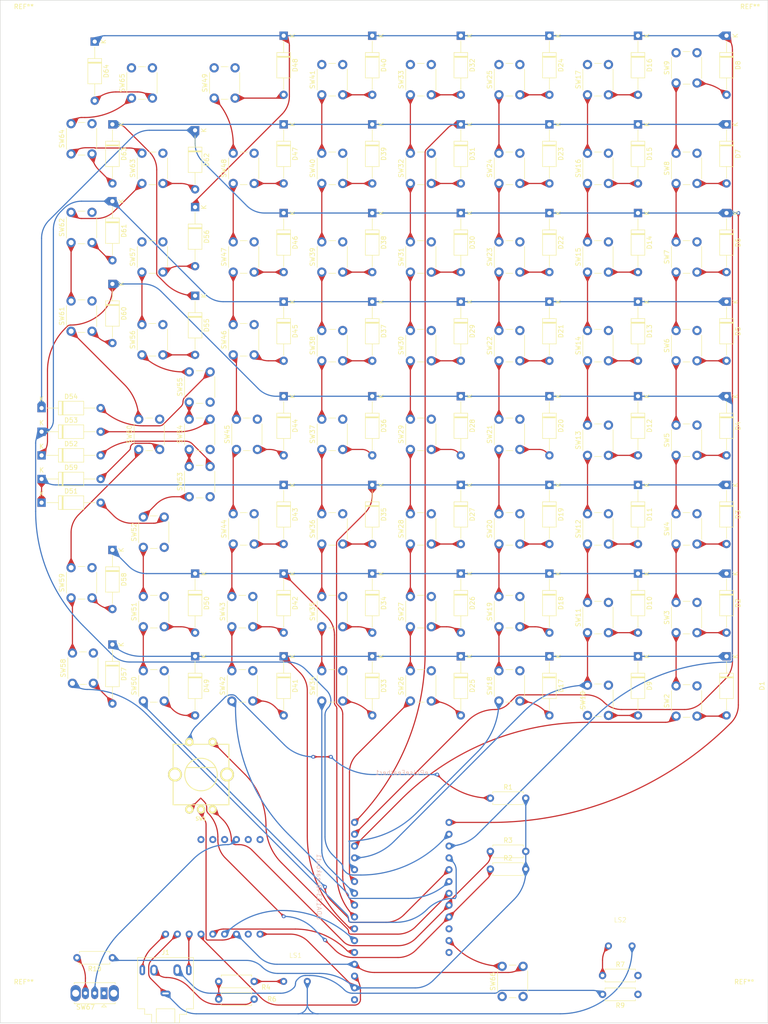
<source format=kicad_pcb>
(kicad_pcb (version 20221018) (generator pcbnew)
  (layers (0 "F.Cu" signal) (31 "B.Cu" signal) (34 "B.Paste" user) (35 "F.Paste" user) (36 "B.SilkS" user "B.Silkscreen") (37 "F.SilkS" user "F.Silkscreen") (38 "B.Mask" user) (39 "F.Mask" user) (44 "Edge.Cuts" user))
  (net 0 "")
  (net 1 "R1")
  (net 2 "Net-(D1-A)")
  (net 3 "R2")
  (net 4 "Net-(D2-A)")
  (net 5 "R3")
  (net 6 "Net-(D3-A)")
  (net 7 "R4")
  (net 8 "Net-(D4-A)")
  (net 9 "R5")
  (net 10 "Net-(D5-A)")
  (net 11 "R6")
  (net 12 "Net-(D6-A)")
  (net 13 "R7")
  (net 14 "Net-(D7-A)")
  (net 15 "R8")
  (net 16 "Net-(D8-A)")
  (net 17 "Net-(D9-A)")
  (net 18 "Net-(D10-A)")
  (net 19 "Net-(D11-A)")
  (net 20 "Net-(D12-A)")
  (net 21 "Net-(D13-A)")
  (net 22 "Net-(D14-A)")
  (net 23 "Net-(D15-A)")
  (net 24 "Net-(D16-A)")
  (net 25 "Net-(D17-A)")
  (net 26 "Net-(D18-A)")
  (net 27 "Net-(D19-A)")
  (net 28 "Net-(D20-A)")
  (net 29 "Net-(D21-A)")
  (net 30 "Net-(D22-A)")
  (net 31 "Net-(D23-A)")
  (net 32 "Net-(D24-A)")
  (net 33 "Net-(D25-A)")
  (net 34 "Net-(D26-A)")
  (net 35 "Net-(D27-A)")
  (net 36 "Net-(D28-A)")
  (net 37 "Net-(D29-A)")
  (net 38 "Net-(D30-A)")
  (net 39 "Net-(D31-A)")
  (net 40 "Net-(D32-A)")
  (net 41 "Net-(D33-A)")
  (net 42 "Net-(D34-A)")
  (net 43 "Net-(D35-A)")
  (net 44 "Net-(D36-A)")
  (net 45 "Net-(D37-A)")
  (net 46 "Net-(D38-A)")
  (net 47 "Net-(D39-A)")
  (net 48 "Net-(D40-A)")
  (net 49 "Net-(D41-A)")
  (net 50 "Net-(D42-A)")
  (net 51 "Net-(D43-A)")
  (net 52 "Net-(D44-A)")
  (net 53 "Net-(D45-A)")
  (net 54 "Net-(D46-A)")
  (net 55 "Net-(D47-A)")
  (net 56 "Net-(D48-A)")
  (net 57 "Net-(D49-A)")
  (net 58 "Net-(D50-A)")
  (net 59 "Net-(D51-A)")
  (net 60 "Net-(D52-A)")
  (net 61 "Net-(D53-A)")
  (net 62 "Net-(D54-A)")
  (net 63 "Net-(D55-A)")
  (net 64 "Net-(D56-A)")
  (net 65 "Net-(D57-A)")
  (net 66 "Net-(D58-A)")
  (net 67 "Net-(D59-A)")
  (net 68 "Net-(D60-A)")
  (net 69 "Net-(D61-A)")
  (net 70 "Net-(D62-A)")
  (net 71 "Net-(D63-A)")
  (net 72 "Net-(D64-A)")
  (net 73 "C1")
  (net 74 "Net-(UDA1334Breakout1-PadBCLK)")
  (net 75 "Net-(R1-Pad2)")
  (net 76 "Net-(R3-Pad1)")
  (net 77 "Net-(R2-Pad1)")
  (net 78 "Net-(UDA1334Breakout1-PadWSEL)")
  (net 79 "Net-(UDA1334Breakout1-PadDIN)")
  (net 80 "Net-(SW1-PadS2)")
  (net 82 "Net-(SW66-Pad1)")
  (net 83 "Net-(SW1-PadC)")
  (net 86 "Net-(J1-PadS)")
  (net 87 "Net-(J1-PadT)")
  (net 88 "Net-(J1-PadTN)")
  (net 89 "Net-(R1-Pad1)")
  (net 90 "Net-(LS1-Pad1)")
  (net 91 "Net-(R4-Pad2)")
  (net 92 "Net-(J1-PadSN)")
  (net 93 "Net-(LS2-Pad1)")
  (net 94 "Net-(R7-Pad2)")
  (net 95 "Net-(SW67-C)")
  (net 96 "C5")
  (net 97 "C4")
  (net 98 "C3")
  (net 99 "C2")
  (net 100 "C8")
  (net 101 "C6")
  (net 102 "C7")
  (net 104 "Net-(SW67-B)")
  (net 106 "Net-(J1-PadG)")
  (footprint "Diode_THT:D_A-405_P12.70mm_Horizontal" (layer "F.Cu") (at 290.83 146.05 -90)
    (fp_text reference "D40")
    (fp_text value "D_Schottky")
  )
  (footprint "Diode_THT:D_A-405_P12.70mm_Horizontal" (layer "F.Cu") (at 219.71 231.14)
    (fp_text reference "D53")
    (fp_text value "D_Schottky")
  )
  (footprint "Button_Switch_THT:SW_PUSH_6mm_H8.5mm" (layer "F.Cu") (at 356.18 236.22 90)
    (fp_text reference "SW5")
    (fp_text value "SW_Push")
  )
  (footprint "Diode_THT:D_A-405_P12.70mm_Horizontal" (layer "F.Cu") (at 252.73 279.4 -90)
    (fp_text reference "D49")
    (fp_text value "D_Schottky")
  )
  (footprint "epulsefeather:speaker mount" (layer "F.Cu") (at 274.32 344.17)
    (fp_text reference "LS1")
    (fp_text value "Left 4ohm")
  )
  (footprint "Button_Switch_THT:SW_PUSH_6mm_H8.5mm" (layer "F.Cu") (at 251.46 224.79 90)
    (fp_text reference "SW55")
    (fp_text value "SW_Push")
  )
  (footprint "Diode_THT:D_A-405_P12.70mm_Horizontal" (layer "F.Cu") (at 231.14 147.32 -90)
    (fp_text reference "D64")
    (fp_text value "D_Schottky")
  )
  (footprint "Diode_THT:D_A-405_P12.70mm_Horizontal" (layer "F.Cu") (at 234.95 181.61 -90)
    (fp_text reference "D61")
    (fp_text value "D_Schottky")
  )
  (footprint "Diode_THT:D_A-405_P12.70mm_Horizontal" (layer "F.Cu") (at 367.03 261.62 -90)
    (fp_text reference "D2")
    (fp_text value "D_Schottky")
  )
  (footprint "Diode_THT:D_A-405_P12.70mm_Horizontal" (layer "F.Cu") (at 271.78 165.1 -90)
    (fp_text reference "D47")
    (fp_text value "D_Schottky")
  )
  (footprint "Diode_THT:D_A-405_P12.70mm_Horizontal" (layer "F.Cu") (at 271.78 242.57 -90)
    (fp_text reference "D43")
    (fp_text value "D_Schottky")
  )
  (footprint "Diode_THT:D_A-405_P12.70mm_Horizontal" (layer "F.Cu") (at 290.83 203.2 -90)
    (fp_text reference "D37")
    (fp_text value "D_Schottky")
  )
  (footprint "Button_Switch_THT:SW_PUSH_6mm_H8.5mm" (layer "F.Cu") (at 241.59 255.98 90)
    (fp_text reference "SW52")
    (fp_text value "SW_Push")
  )
  (footprint "Diode_THT:D_A-405_P12.70mm_Horizontal" (layer "F.Cu") (at 367.03 184.15 -90)
    (fp_text reference "D6")
    (fp_text value "D_Schottky")
  )
  (footprint "Diode_THT:D_A-405_P12.70mm_Horizontal" (layer "F.Cu") (at 271.78 223.52 -90)
    (fp_text reference "D44")
    (fp_text value "D_Schottky")
  )
  (footprint "Resistor_THT:R_Axial_DIN0207_L6.3mm_D2.5mm_P7.62mm_Horizontal" (layer "F.Cu") (at 265.43 349.25 180)
    (fp_text reference "R4")
    (fp_text value "2")
  )
  (footprint "Diode_THT:D_A-405_P12.70mm_Horizontal" (layer "F.Cu") (at 347.98 165.1 -90)
    (fp_text reference "D15")
    (fp_text value "D_Schottky")
  )
  (footprint "Button_Switch_THT:SW_PUSH_6mm_H8.5mm" (layer "F.Cu") (at 279.98 196.85 90)
    (fp_text reference "SW39")
    (fp_text value "SW_Push")
  )
  (footprint "Button_Switch_THT:SW_PUSH_6mm_H8.5mm" (layer "F.Cu") (at 279.98 273.05 90)
    (fp_text reference "SW35")
    (fp_text value "SW_Push")
  )
  (footprint "Button_Switch_THT:SW_PUSH_6mm_H8.5mm" (layer "F.Cu") (at 279.98 255.27 90)
    (fp_text reference "SW36")
    (fp_text value "SW_Push")
  )
  (footprint "Diode_THT:D_A-405_P12.70mm_Horizontal" (layer "F.Cu") (at 367.03 242.57 -90)
    (fp_text reference "D3")
    (fp_text value "D_Schottky")
  )
  (footprint "Diode_THT:D_A-405_P12.70mm_Horizontal" (layer "F.Cu") (at 271.78 203.2 -90)
    (fp_text reference "D45")
    (fp_text value "D_Schottky")
  )
  (footprint "Button_Switch_THT:SW_PUSH_6mm_H8.5mm" (layer "F.Cu") (at 260.93 214.63 90)
    (fp_text reference "SW46")
    (fp_text value "SW_Push")
  )
  (footprint "MountingHole:MountingHole_2.7mm_M2.5" (layer "F.Cu") (at 215.9 143.51)
    (fp_text reference "REF**")
    (fp_text value "MountingHole_2.7mm_M2.5")
  )
  (footprint "Button_Switch_THT:SW_PUSH_6mm_H8.5mm" (layer "F.Cu") (at 299.03 289 90)
    (fp_text reference "SW26")
    (fp_text value "SW_Push")
  )
  (footprint "Button_Switch_THT:SW_PUSH_6mm_H8.5mm" (layer "F.Cu") (at 260.93 177.8 90)
    (fp_text reference "SW48")
    (fp_text value "SW_Push")
  )
  (footprint "Button_Switch_THT:SW_PUSH_6mm_H8.5mm" (layer "F.Cu") (at 356.18 274.32 90)
    (fp_text reference "SW3")
    (fp_text value "SW_Push")
  )
  (footprint "Button_Switch_THT:SW_PUSH_6mm_H8.5mm" (layer "F.Cu") (at 337.13 215.9 90)
    (fp_text reference "SW14")
    (fp_text value "SW_Push")
  )
  (footprint "Diode_THT:D_A-405_P12.70mm_Horizontal" (layer "F.Cu") (at 328.93 146.05 -90)
    (fp_text reference "D24")
    (fp_text value "D_Schottky")
  )
  (footprint "Button_Switch_THT:SW_PUSH_6mm_H8.5mm" (layer "F.Cu") (at 299.03 196.85 90)
    (fp_text reference "SW31")
    (fp_text value "SW_Push")
  )
  (footprint "Button_Switch_THT:SW_PUSH_6mm_H8.5mm" (layer "F.Cu") (at 239.05 159.46 90)
    (fp_text reference "SW65")
    (fp_text value "SW_Push")
  )
  (footprint "Resistor_THT:R_Axial_DIN0207_L6.3mm_D2.5mm_P7.62mm_Horizontal" (layer "F.Cu") (at 316.23 309.88)
    (fp_text reference "R1")
    (fp_text value "10k")
  )
  (footprint "Diode_THT:D_A-405_P12.70mm_Horizontal" (layer "F.Cu") (at 309.88 261.62 -90)
    (fp_text reference "D26")
    (fp_text value "D_Schottky")
  )
  (footprint "Diode_THT:D_A-405_P12.70mm_Horizontal" (layer "F.Cu") (at 290.83 261.62 -90)
    (fp_text reference "D34")
    (fp_text value "D_Schottky")
  )
  (footprint "Diode_THT:D_A-405_P12.70mm_Horizontal" (layer "F.Cu") (at 347.98 146.05 -90)
    (fp_text reference "D16")
    (fp_text value "D_Schottky")
  )
  (footprint "Button_Switch_THT:SW_PUSH_6mm_H8.5mm" (layer "F.Cu") (at 356.18 255.27 90)
    (fp_text reference "SW4")
    (fp_text value "SW_Push")
  )
  (footprint "Button_Switch_THT:SW_PUSH_6mm_H8.5mm" (layer "F.Cu") (at 299.03 177.8 90)
    (fp_text reference "SW32")
    (fp_text value "SW_Push")
  )
  (footprint "Diode_THT:D_A-405_P12.70mm_Horizontal" (layer "F.Cu") (at 309.88 203.2 -90)
    (fp_text reference "D29")
    (fp_text value "D_Schottky")
  )
  (footprint "Diode_THT:D_A-405_P12.70mm_Horizontal" (layer "F.Cu") (at 328.93 184.15 -90)
    (fp_text reference "D22")
    (fp_text value "D_Schottky")
  )
  (footprint "Button_Switch_THT:SW_PUSH_6mm_H8.5mm" (layer "F.Cu") (at 318.08 158.75 90)
    (fp_text reference "SW25")
    (fp_text value "SW_Push")
  )
  (footprint "Button_Switch_THT:SW_PUSH_6mm_H8.5mm" (layer "F.Cu") (at 251.46 234.95 90)
    (fp_text reference "SW54")
    (fp_text value "SW_Push")
  )
  (footprint "Diode_THT:D_A-405_P12.70mm_Horizontal" (layer "F.Cu") (at 347.98 223.52 -90)
    (fp_text reference "D12")
    (fp_text value "D_Schottky")
  )
  (footprint "Diode_THT:D_A-405_P12.70mm_Horizontal" (layer "F.Cu") (at 290.83 242.57 -90)
    (fp_text reference "D35")
    (fp_text value "D_Schottky")
  )
  (footprint "Diode_THT:D_A-405_P12.70mm_Horizontal" (layer "F.Cu") (at 309.88 165.1 -90)
    (fp_text reference "D31")
    (fp_text value "D_Schottky")
  )
  (footprint "sparkfun:SF-ROTARY-ENCODER" (layer "F.Cu") (at 254 304.8)
    (fp_text reference "SW1")
    (fp_text value "RotaryEncoder_Switch" hide)
  )
  (footprint "Diode_THT:D_A-405_P12.70mm_Horizontal" (layer "F.Cu") (at 252.73 182.88 -90)
    (fp_text reference "D56")
    (fp_text value "D_Schottky")
  )
  (footprint "Button_Switch_THT:SW_PUSH_6mm_H8.5mm" (layer "F.Cu") (at 279.98 215.9 90)
    (fp_text reference "SW38")
    (fp_text value "SW_Push")
  )
  (footprint "Diode_THT:D_A-405_P12.70mm_Horizontal" (layer "F.Cu") (at 290.83 223.52 -90)
    (fp_text reference "D36")
    (fp_text value "D_Schottky")
  )
  (footprint "Diode_THT:D_A-405_P12.70mm_Horizontal" (layer "F.Cu") (at 252.73 261.62 -90)
    (fp_text reference "D50")
    (fp_text value "D_Schottky")
  )
  (footprint "Button_Switch_THT:SW_PUSH_6mm_H8.5mm" (layer "F.Cu") (at 337.13 292.1 90)
    (fp_text reference "SW10")
    (fp_text value "SW_Push")
  )
  (footprint "Button_Switch_THT:SW_PUSH_6mm_H8.5mm" (layer "F.Cu") (at 356.18 196.85 90)
    (fp_text reference "SW7")
    (fp_text value "SW_Push")
  )
  (footprint "Connector_Audio:Jack_3.5mm_CUI_SJ1-3525N_Horizontal" (layer "F.Cu") (at 246.38 351.83)
    (fp_text reference "J1")
    (fp_text value "AudioJack2_Ground_Switch")
  )
  (footprint "Diode_THT:D_A-405_P12.70mm_Horizontal" (layer "F.Cu") (at 219.71 241.3)
    (fp_text reference "D59")
    (fp_text value "D_Schottky")
  )
  (footprint "Button_Switch_THT:SW_PUSH_6mm_H8.5mm" (layer "F.Cu") (at 226.06 266.85 90)
    (fp_text reference "SW59")
    (fp_text value "SW_Push")
  )
  (footprint "Diode_THT:D_A-405_P12.70mm_Horizontal" (layer "F.Cu") (at 367.031 146.05 -90)
    (fp_text reference "D8")
    (fp_text value "D_Schottky")
  )
  (footprint "Resistor_THT:R_Axial_DIN0207_L6.3mm_D2.5mm_P7.62mm_Horizontal" (layer "F.Cu") (at 257.81 353.06)
    (fp_text reference "R6")
    (fp_text value "22")
  )
  (footprint "Button_Switch_THT:SW_PUSH_6mm_H8.5mm" (layer "F.Cu") (at 241.3 196.85 90)
    (fp_text reference "SW57")
    (fp_text value "SW_Push")
  )
  (footprint "Button_Switch_THT:SW_PUSH_6mm_H8.5mm" (layer "F.Cu") (at 260.64 273.05 90)
    (fp_text reference "SW43")
    (fp_text value "SW_Push")
  )
  (footprint "Button_Switch_THT:SW_PUSH_6mm_H8.5mm" (layer "F.Cu") (at 261.62 234.95 90)
    (fp_text reference "SW45")
    (fp_text value "SW_Push")
  )
  (footprint "Resistor_THT:R_Axial_DIN0207_L6.3mm_D2.5mm_P7.62mm_Horizontal" (layer "F.Cu") (at 316.23 321.31)
    (fp_text reference "R3")
    (fp_text value "10k")
  )
  (footprint "Diode_THT:D_A-405_P12.70mm_Horizontal" (layer "F.Cu") (at 328.93 203.2 -90)
    (fp_text reference "D21")
    (fp_text value "D_Schottky")
  )
  (footprint "Button_Switch_THT:SW_PUSH_6mm_H8.5mm" (layer "F.Cu") (at 356.18 177.8 90)
    (fp_text reference "SW8")
    (fp_text value "SW_Push")
  )
  (footprint "Resistor_THT:R_Axial_DIN0207_L6.3mm_D2.5mm_P7.62mm_Horizontal" (layer "F.Cu") (at 316.23 325.12)
    (fp_text reference "R2")
    (fp_text value "10k")
  )
  (footprint "Diode_THT:D_A-405_P12.70mm_Horizontal" (layer "F.Cu") (at 367.03 223.52 -90)
    (fp_text reference "D4")
    (fp_text value "D_Schottky")
  )
  (footprint "Diode_THT:D_A-405_P12.70mm_Horizontal" (layer "F.Cu") (at 234.95 165.1 -90)
    (fp_text reference "D63")
    (fp_text value "D_Schottky")
  )
  (footprint "Button_Switch_THT:SW_PUSH_6mm_H8.5mm" (layer "F.Cu") (at 260.93 255.27 90)
    (fp_text reference "SW44")
    (fp_text value "SW_Push")
  )
  (footprint "Diode_THT:D_A-405_P12.70mm_Horizontal" (layer "F.Cu") (at 271.78 146.05 -90)
    (fp_text reference "D48")
    (fp_text value "D_Schottky")
  )
  (footprint "Button_Switch_THT:SW_PUSH_6mm_H8.5mm" (layer "F.Cu") (at 356.18 292.25 90)
    (fp_text reference "SW2")
    (fp_text value "SW_Push")
  )
  (footprint "Diode_THT:D_A-405_P12.70mm_Horizontal" (layer "F.Cu") (at 290.83 184.15 -90)
    (fp_text reference "D38")
    (fp_text value "D_Schottky")
  )
  (footprint "Diode_THT:D_A-405_P12.70mm_Horizontal" (layer "F.Cu") (at 252.73 201.93 -90)
    (fp_text reference "D55")
    (fp_text value "D_Schottky")
  )
  (footprint "Button_Switch_THT:SW_PUSH_6mm_H8.5mm" (layer "F.Cu") (at 241.3 177.8 90)
    (fp_text reference "SW63")
    (fp_text value "SW_Push")
  )
  (footprint "Button_Switch_THT:SW_PUSH_6mm_H8.5mm" (layer "F.Cu") (at 299.03 255.27 90)
    (fp_text reference "SW28")
    (fp_text value "SW_Push")
  )
  (footprint "Diode_THT:D_A-405_P12.70mm_Horizontal" (layer "F.Cu") (at 367.03 165.1 -90)
    (fp_text reference "D7")
    (fp_text value "D_Schottky")
  )
  (footprint "Button_Switch_THT:SW_PUSH_6mm_H8.5mm" (layer "F.Cu") (at 226.06 171.45 90)
    (fp_text reference "SW64")
    (fp_text value "SW_Push")
  )
  (footprint "Diode_THT:D_A-405_P12.70mm_Horizontal" (layer "F.Cu") (at 347.98 203.2 -90)
    (fp_text reference "D13")
    (fp_text value "D_Schottky")
  )
  (footprint "Button_Switch_THT:SW_PUSH_6mm_H8.5mm" (layer "F.Cu") (at 299.03 158.75 90)
    (fp_text reference "SW33")
    (fp_text value "SW_Push")
  )
  (footprint "Diode_THT:D_A-405_P12.70mm_Horizontal" (layer "F.Cu") (at 347.98 242.57 -90)
    (fp_text reference "D11")
    (fp_text value "D_Schottky")
  )
  (footprint "Button_Switch_THT:SW_PUSH_6mm_H8.5mm" (layer "F.Cu") (at 318.08 234.95 90)
    (fp_text reference "SW21")
    (fp_text value "SW_Push")
  )
  (footprint "Button_Switch_THT:SW_PUSH_6mm_H8.5mm" (layer "F.Cu") (at 279.98 158.75 90)
    (fp_text reference "SW41")
    (fp_text value "SW_Push")
  )
  (footprint "Diode_THT:D_A-405_P12.70mm_Horizontal" (layer "F.Cu") (at 347.98 261.62 -90)
    (fp_text reference "D10")
    (fp_text value "D_Schottky")
  )
  (footprint "Diode_THT:D_A-405_P12.70mm_Horizontal" (layer "F.Cu") (at 347.98 184.15 -90)
    (fp_text reference "D14")
    (fp_text value "D_Schottky")
  )
  (footprint "Button_Switch_THT:SW_PUSH_6mm_H8.5mm" (layer "F.Cu") (at 260.93 196.85 90)
    (fp_text reference "SW47")
    (fp_text value "SW_Push")
  )
  (footprint "Button_Switch_THT:SW_PUSH_6mm_H8.5mm" (layer "F.Cu") (at 337.13 274.32 90)
    (fp_text reference "SW11")
    (fp_text value "SW_Push")
  )
  (footprint "Diode_THT:D_A-405_P12.70mm_Horizontal" (layer "F.Cu") (at 271.78 279.4 -90)
    (fp_text reference "D41")
    (fp_text value "D_Schottky")
  )
  (footprint "MountingHole:MountingHole_2.7mm_M2.5" (layer "F.Cu") (at 372.11 143.51)
    (fp_text reference "REF**")
    (fp_text value "MountingHole_2.7mm_M2.5")
  )
  (footprint "Button_Switch_THT:SW_PUSH_6mm_H8.5mm" (layer "F.Cu") (at 240.61 234.95 90)
    (fp_text reference "SW60")
    (fp_text value "SW_Push")
  )
  (footprint "Diode_THT:D_A-405_P12.70mm_Horizontal" (layer "F.Cu") (at 367.03 279.4 -90)
    (fp_text reference "D1")
    (fp_text value "D_Schottky")
  )
  (footprint "Diode_THT:D_A-405_P12.70mm_Horizontal" (layer "F.Cu") (at 309.88 184.15 -90)
    (fp_text reference "D30")
    (fp_text value "D_Schottky")
  )
  (footprint "Diode_THT:D_A-405_P12.70mm_Horizontal" (layer "F.Cu") (at 367.03 203.2 -90)
    (fp_text reference "D5")
    (fp_text value "D_Schottky")
  )
  (footprint "Button_Switch_THT:SW_PUSH_6mm_H8.5mm" (layer "F.Cu") (at 299.03 273.05 90)
    (fp_text reference "SW27")
    (fp_text value "SW_Push")
  )
  (footprint "Diode_THT:D_A-405_P12.70mm_Horizontal" (layer "F.Cu") (at 328.93 261.62 -90)
    (fp_text reference "D18")
    (fp_text value "D_Schottky")
  )
  (footprint "Button_Switch_THT:SW_PUSH_6mm_H8.5mm" (layer "F.Cu") (at 318.08 196.85 90)
    (fp_text reference "SW23")
    (fp_text value "SW_Push")
  )
  (footprint "Diode_THT:D_A-405_P12.70mm_Horizontal" (layer "F.Cu") (at 252.73 166.37 -90)
    (fp_text reference "D62")
    (fp_text value "D_Schottky")
  )
  (footprint "Resistor_THT:R_Axial_DIN0207_L6.3mm_D2.5mm_P7.62mm_Horizontal" (layer "F.Cu") (at 347.98 352.03 180)
    (fp_text reference "R9")
    (fp_text value "22")
  )
  (footprint "Diode_THT:D_A-405_P12.70mm_Horizontal" (layer "F.Cu") (at 309.88 279.4 -90)
    (fp_text reference "D25")
    (fp_text value "D_Schottky")
  )
  (footprint "Diode_THT:D_A-405_P12.70mm_Horizontal" (layer "F.Cu") (at 290.83 165.1 -90)
    (fp_text reference "D39")
    (fp_text value "D_Schottky")
  )
  (footprint "Button_Switch_THT:SW_PUSH_6mm_H8.5mm" (layer "F.Cu") (at 226.35 285.19 90)
    (fp_text reference "SW58")
    (fp_text value "SW_Push")
  )
  (footprint "Diode_THT:D_A-405_P12.70mm_Horizontal" (layer "F.Cu") (at 328.93 242.57 -90)
    (fp_text reference "D19")
    (fp_text value "D_Schottky")
  )
  (footprint "Diode_THT:D_A-405_P12.70mm_Horizontal" (layer "F.Cu") (at 309.88 146.05 -90)
    (fp_text reference "D32")
    (fp_text value "D_Schottky")
  )
  (footprint "Button_Switch_THT:SW_PUSH_6mm_H8.5mm" (layer "F.Cu") (at 318.08 215.9 90)
    (fp_text reference "SW22")
    (fp_text value "SW_Push")
  )
  (footprint "Button_Switch_THT:SW_Slide_1P2T_CK_OS102011MS2Q" (layer "F.Cu") (at 233.14 351.79 180)
    (fp_text reference "SW67")
    (fp_text value "SW_SPDT")
  )
  (footprint "Button_Switch_THT:SW_PUSH_6mm_H8.5mm" (layer "F.Cu") (at 256.83 159.46 90)
    (fp_text reference "SW49")
    (fp_text value "SW_Push")
  )
  (footprint "MountingHole:MountingHole_2.7mm_M2.5" (layer "F.Cu") (at 370.84 353.06)
    (fp_text reference "REF**")
    (fp_text value "MountingHole_2.7mm_M2.5")
  )
  (footprint "Resistor_THT:R_Axial_DIN0207_L6.3mm_D2.5mm_P7.62mm_Horizontal" (layer "F.Cu") (at 340.36 347.98)
    (fp_text reference "R7")
    (fp_text value "2")
  )
  (footprint "Button_Switch_THT:SW_PUSH_6mm_H8.5mm" (layer "F.Cu") (at 318.08 273.05 90)
    (fp_text reference "SW19")
    (fp_text value "SW_Push")
  )
  (footprint "Diode_THT:D_A-405_P12.70mm_Horizontal" (layer "F.Cu") (at 328.93 279.4 -90)
    (fp_text reference "D17")
    (fp_text value "D_Schottky")
  )
  (footprint "Button_Switch_THT:SW_PUSH_6mm_H8.5mm" (layer "F.Cu") (at 279.98 177.8 90)
    (fp_text reference "SW40")
    (fp_text value "SW_Push")
  )
  (footprint "Button_Switch_THT:SW_PUSH_6mm_H8.5mm" (layer "F.Cu") (at 337.13 158.75 90)
    (fp_text reference "SW17")
    (fp_text value "SW_Push")
  )
  (footprint "Diode_THT:D_A-405_P12.70mm_Horizontal" (layer "F.Cu") (at 271.78 261.62 -90)
    (fp_text reference "D42")
    (fp_text value "D_Schottky")
  )
  (footprint "Diode_THT:D_A-405_P12.70mm_Horizontal" (layer "F.Cu") (at 290.83 279.4 -90)
    (fp_text reference "D33")
    (fp_text value "D_Schottky")
  )
  (footprint "Resistor_THT:R_Axial_DIN0207_L6.3mm_D2.5mm_P7.62mm_Horizontal" (layer "F.Cu") (at 234.95 344.17 180)
    (fp_text reference "R10")
    (fp_text value "10k")
  )
  (footprint "Diode_THT:D_A-405_P12.70mm_Horizontal" (layer "F.Cu") (at 219.71 226.06)
    (fp_text reference "D54")
    (fp_text value "D_Schottky")
  )
  (footprint "Button_Switch_THT:SW_PUSH_6mm_H8.5mm" (layer "F.Cu") (at 241.59 273.05 90)
    (fp_text reference "SW51")
    (fp_text value "SW_Push")
  )
  (footprint "Diode_THT:D_A-405_P12.70mm_Horizontal" (layer "F.Cu") (at 234.95 199.39 -90)
    (fp_text reference "D60")
    (fp_text value "D_Schottky")
  )
  (footprint "Button_Switch_THT:SW_PUSH_6mm_H8.5mm" (layer "F.Cu") (at 337.13 255.27 90)
    (fp_text reference "SW12")
    (fp_text value "SW_Push")
  )
  (footprint "Diode_THT:D_A-405_P12.70mm_Horizontal" (layer "F.Cu") (at 234.95 276.86 -90)
    (fp_text reference "D57")
    (fp_text value "D_Schottky")
  )
  (footprint "Button_Switch_THT:SW_PUSH_6mm_H8.5mm" (layer "F.Cu") (at 251.46 245.11 90)
    (fp_text reference "SW53")
    (fp_text value "SW_Push")
  )
  (footprint "Button_Switch_THT:SW_PUSH_6mm_H8.5mm" (layer "F.Cu") (at 318.08 177.8 90)
    (fp_text reference "SW24")
    (fp_text value "SW_Push")
  )
  (footprint "Button_Switch_THT:SW_PUSH_6mm_H8.5mm" (layer "F.Cu") (at 241.59 289 90)
    (fp_text reference "SW50")
    (fp_text value "SW_Push")
  )
  (footprint "Button_Switch_THT:SW_PUSH_6mm_H8.5mm" (layer "F.Cu") (at 356.18 156.21 90)
    (fp_text reference "SW9")
    (fp_text value "SW_Push")
  )
  (footprint "Diode_THT:D_A-405_P12.70mm_Horizontal" (layer "F.Cu") (at 219.71 246.38)
    (fp_text reference "D51")
    (fp_text value "D_Schottky")
  )
  (footprint "Button_Switch_THT:SW_PUSH_6mm_H8.5mm" (layer "F.Cu") (at 260.64 289 90)
    (fp_text reference "SW42")
    (fp_text value "SW_Push")
  )
  (footprint "Diode_THT:D_A-405_P12.70mm_Horizontal" (layer "F.Cu") (at 219.71 236.22)
    (fp_text reference "D52")
    (fp_text value "D_Schottky")
  )
  (footprint "Button_Switch_THT:SW_PUSH_6mm_H8.5mm" (layer "F.Cu") (at 337.13 177.8 90)
    (fp_text reference "SW16")
    (fp_text value "SW_Push")
  )
  (footprint "Diode_THT:D_A-405_P12.70mm_Horizontal" (layer "F.Cu") (at 234.95 256.54 -90)
    (fp_text reference "D58")
    (fp_text value "D_Schottky")
  )
  (footprint "Button_Switch_THT:SW_PUSH_6mm_H8.5mm" (layer "F.Cu") (at 318.08 255.27 90)
    (fp_text reference "SW20")
    (fp_text value "SW_Push")
  )
  (footprint "Button_Switch_THT:SW_PUSH_6mm_H8.5mm" (layer "F.Cu") (at 337.13 236.22 90)
    (fp_text reference "SW13")
    (fp_text value "SW_Push")
  )
  (footprint "Diode_THT:D_A-405_P12.70mm_Horizontal" (layer "F.Cu") (at 328.93 165.1 -90)
    (fp_text reference "D23")
    (fp_text value "D_Schottky")
  )
  (footprint "Button_Switch_THT:SW_PUSH_6mm_H8.5mm" (layer "F.Cu") (at 241.3 214.63 90)
    (fp_text reference "SW56")
    (fp_text value "SW_Push")
  )
  (footprint "Diode_THT:D_A-405_P12.70mm_Horizontal" (layer "F.Cu") (at 271.78 184.15 -90)
    (fp_text reference "D46")
    (fp_text value "D_Schottky")
  )
  (footprint "Button_Switch_THT:SW_PUSH_6mm_H8.5mm" (layer "F.Cu") (at 318.08 289 90)
    (fp_text reference "SW18")
    (fp_text value "SW_Push")
  )
  (footprint "Button_Switch_THT:SW_PUSH_6mm_H8.5mm" (layer "F.Cu") (at 299.03 234.95 90)
    (fp_text reference "SW29")
    (fp_text value "SW_Push")
  )
  (footprint "Button_Switch_THT:SW_PUSH_6mm_H8.5mm" (layer "F.Cu") (at 279.98 234.95 90)
    (fp_text reference "SW37")
    (fp_text value "SW_Push")
  )
  (footprint "epulsefeather:speaker mount" (layer "F.Cu") (at 344.17 336.55)
    (fp_text reference "LS2")
    (fp_text value "Right 4ohm")
  )
  (footprint "Diode_THT:D_A-405_P12.70mm_Horizontal" (layer "F.Cu") (at 347.98 279.4 -90)
    (fp_text reference "D9")
    (fp_text value "D_Schottky")
  )
  (footprint "Button_Switch_THT:SW_PUSH_6mm_H8.5mm" (layer "F.Cu") (at 356.18 215.9 90)
    (fp_text reference "SW6")
    (fp_text value "SW_Push")
  )
  (footprint "MountingHole:MountingHole_2.7mm_M2.5" (layer "F.Cu") (at 215.9 353.06)
    (fp_text reference "REF**")
    (fp_text value "MountingHole_2.7mm_M2.5")
  )
  (footprint "Button_Switch_THT:SW_PUSH_6mm_H8.5mm" (layer "F.Cu") (at 226.06 209.55 90)
    (fp_text reference "SW61")
    (fp_text value "SW_Push")
  )
  (footprint "Diode_THT:D_A-405_P12.70mm_Horizontal" (layer "F.Cu") (at 328.93 223.52 -90)
    (fp_text reference "D20")
    (fp_text value "D_Schottky")
  )
  (footprint "Button_Switch_THT:SW_PUSH_6mm_H8.5mm" (layer "F.Cu") (at 279.98 289 90)
    (fp_text reference "SW34")
    (fp_text value "SW_Push")
  )
  (footprint "Button_Switch_THT:SW_PUSH_6mm_H8.5mm" (layer "F.Cu") (at 226.06 190.5 90)
    (fp_text reference "SW62")
    (fp_text value "SW_Push")
  )
  (footprint "Button_Switch_THT:SW_PUSH_6mm_H8.5mm" (layer "F.Cu") (at 337.13 196.85 90)
    (fp_text reference "SW15")
    (fp_text value "SW_Push")
  )
  (footprint "Button_Switch_THT:SW_PUSH_6mm_H8.5mm" (layer "F.Cu") (at 299.03 215.9 90)
    (fp_text reference "SW30")
    (fp_text value "SW_Push")
  )
  (footprint "Diode_THT:D_A-405_P12.70mm_Horizontal" (layer "F.Cu") (at 309.88 223.52 -90)
    (fp_text reference "D28")
    (fp_text value "D_Schottky")
  )
  (footprint "Button_Switch_THT:SW_PUSH_6mm_H8.5mm" (layer "F.Cu") (at 318.77 352.5 90)
    (fp_text reference "SW66")
    (fp_text value "SW_Push")
  )
  (footprint "Diode_THT:D_A-405_P12.70mm_Horizontal" (layer "F.Cu") (at 309.88 242.57 -90)
    (fp_text reference "D27")
    (fp_text value "D_Schottky")
  )
  (footprint "epulsefeather:UDA1334 Breakout" (layer "B.Cu") (at 279.4 328.93 90)
    (fp_text reference "UDA1334Breakout1")
    (fp_text value "~")
  )
  (footprint "epulsefeather:ePulse Feather" (layer "B.Cu") (at 297.18 304.925 180)
    (fp_text reference "ePulseFeather1")
    (fp_text value "~")
  )
  (gr_poly (pts (xy 210.82 138.43) (xy 210.82 358.14) (xy 375.92 358.14) (xy 375.92 138.43)) (stroke (width 0.1)) (fill none) (layer "Edge.Cuts"))
  (segment (start 275.266207 282.886207) (end 271.78 279.4) (width 0.25) (layer "F.Cu") (net 1))
  (segment (start 286.572961 337.945) (end 287.02 337.945) (width 0.25) (layer "F.Cu") (net 1))
  (segment (start 285.809817 337.628895) (end 284.460017 336.279083) (width 0.25) (layer "F.Cu") (net 1))
  (segment (start 276.86 317.930906) (end 276.86 286.733963) (width 0.25) (layer "F.Cu") (net 1))
  (arc (start 276.86 317.930906) (mid 278.835179 327.860859) (end 284.460017 336.279083) (width 0.25) (layer "F.Cu") (net 1))
  (arc (start 285.809817 337.628895) (mid 286.15995 337.862846) (end 286.572961 337.945) (width 0.25) (layer "F.Cu") (net 1))
  (arc (start 275.266207 282.886207) (mid 276.445786 284.651572) (end 276.86 286.733963) (width 0.25) (layer "F.Cu") (net 1))
  (segment (start 241.082084 279.4) (end 367.03 279.4) (width 0.25) (layer "B.Cu") (net 1))
  (arc (start 234.95 276.86) (mid 237.763431 278.739878) (end 241.082084 279.4) (width 0.25) (layer "B.Cu") (net 1))
  (segment (start 366.773933 292.25) (end 360.68 292.25) (width 0.25) (layer "F.Cu") (net 2))
  (segment (start 366.955 292.175) (end 367.03 292.1) (width 0.25) (layer "F.Cu") (net 2))
  (arc (start 366.955 292.175) (mid 366.871925 292.230508) (end 366.773933 292.25) (width 0.25) (layer "F.Cu") (net 2))
  (segment (start 282.705 289.378141) (end 282.705 274.798963) (width 0.25) (layer "F.Cu") (net 3))
  (segment (start 281.111207 270.951207) (end 271.78 261.62) (width 0.25) (layer "F.Cu") (net 3))
  (segment (start 283.21 326.206836) (end 283.21 290.597318) (width 0.25) (layer "F.Cu") (net 3))
  (arc (start 281.111207 270.951207) (mid 282.290786 272.716572) (end 282.705 274.798963) (width 0.25) (layer "F.Cu") (net 3))
  (arc (start 283.21 326.206836) (mid 284.200189 331.18485) (end 287.02 335.405) (width 0.25) (layer "F.Cu") (net 3))
  (arc (start 282.9575 289.98773) (mid 283.144377 290.267411) (end 283.21 290.597318) (width 0.25) (layer "F.Cu") (net 3))
  (arc (start 282.705 289.378141) (mid 282.770622 289.708048) (end 282.9575 289.98773) (width 0.25) (layer "F.Cu") (net 3))
  (segment (start 238.436207 260.026207) (end 234.95 256.54) (width 0.25) (layer "B.Cu") (net 3))
  (segment (start 242.283963 261.62) (end 367.03 261.62) (width 0.25) (layer "B.Cu") (net 3))
  (arc (start 238.436207 260.026207) (mid 240.201572 261.205786) (end 242.283963 261.62) (width 0.25) (layer "B.Cu") (net 3))
  (segment (start 360.68 274.32) (end 367.03 274.32) (width 0.25) (layer "F.Cu") (net 4))
  (segment (start 283.463074 254.413091) (end 289.247436 248.628729) (width 0.25) (layer "F.Cu") (net 5))
  (segment (start 283.155 255.156848) (end 283.155 289.288869) (width 0.25) (layer "F.Cu") (net 5))
  (segment (start 219.71 246.38) (end 219.71 241.3) (width 0.25) (layer "F.Cu") (net 5))
  (segment (start 290.83 244.808083) (end 290.83 242.57) (width 0.25) (layer "F.Cu") (net 5))
  (segment (start 287.02 332.8025) (end 287.02 332.865) (width 0.25) (layer "F.Cu") (net 5))
  (segment (start 284.48 291.81075) (end 284.48 326.670458) (width 0.25) (layer "F.Cu") (net 5))
  (segment (start 283.8175 290.211334) (end 283.338834 289.732678) (width 0.25) (layer "F.Cu") (net 5))
  (arc (start 284.48 326.670458) (mid 285.128628 329.93133) (end 286.975805 332.695805) (width 0.25) (layer "F.Cu") (net 5))
  (arc (start 290.83 244.808083) (mid 290.418705 246.875801) (end 289.247436 248.628729) (width 0.25) (layer "F.Cu") (net 5))
  (arc (start 283.463074 254.413091) (mid 283.235066 254.75433) (end 283.155 255.156848) (width 0.25) (layer "F.Cu") (net 5))
  (arc (start 283.155 289.288869) (mid 283.202777 289.529057) (end 283.338834 289.732678) (width 0.25) (layer "F.Cu") (net 5))
  (arc (start 283.8175 290.211334) (mid 284.307821 290.945152) (end 284.48 291.81075) (width 0.25) (layer "F.Cu") (net 5))
  (arc (start 286.975805 332.695805) (mid 287.008514 332.744757) (end 287.02 332.8025) (width 0.25) (layer "F.Cu") (net 5))
  (segment (start 222.776011 242.57) (end 367.03 242.57) (width 0.25) (layer "B.Cu") (net 5))
  (arc (start 219.71 241.3) (mid 221.116713 242.239945) (end 222.776011 242.57) (width 0.25) (layer "B.Cu") (net 5))
  (segment (start 360.68 255.27) (end 367.03 255.27) (width 0.25) (layer "F.Cu") (net 6))
  (segment (start 220.98 218.111766) (end 220.98 233.153908) (width 0.25) (layer "F.Cu") (net 7))
  (segment (start 234.95 200.393568) (end 234.95 199.39) (width 0.25) (layer "F.Cu") (net 7))
  (segment (start 225.222559 208.513604) (end 224.766979 208.969184) (width 0.25) (layer "F.Cu") (net 7))
  (arc (start 224.766979 208.969184) (mid 221.964203 213.163837) (end 220.98 218.111766) (width 0.25) (layer "F.Cu") (net 7))
  (arc (start 232.904605 205.33156) (mid 229.699699 207.473017) (end 225.919277 208.225011) (width 0.25) (layer "F.Cu") (net 7))
  (arc (start 225.919277 208.225011) (mid 225.542216 208.300015) (end 225.222559 208.513604) (width 0.25) (layer "F.Cu") (net 7))
  (arc (start 220.98 233.153908) (mid 220.64993 234.81328) (end 219.71 236.22) (width 0.25) (layer "F.Cu") (net 7))
  (arc (start 234.95 200.393568) (mid 234.418424 203.065979) (end 232.904605 205.33156) (width 0.25) (layer "F.Cu") (net 7))
  (segment (start 368.255 280.300001) (end 368.255 225.611205) (width 0.25) (layer "B.Cu") (net 7))
  (segment (start 241.562202 199.39) (end 234.95 199.39) (width 0.25) (layer "B.Cu") (net 7))
  (segment (start 245.409958 200.983792) (end 266.352373 221.926207) (width 0.25) (layer "B.Cu") (net 7))
  (segment (start 338.138997 292.964836) (end 313.483591 317.620242) (width 0.25) (layer "B.Cu") (net 7))
  (segment (start 270.200129 223.52) (end 367.03 223.52) (width 0.25) (layer "B.Cu") (net 7))
  (segment (start 367.6425 224.1325) (end 367.03 223.52) (width 0.25) (layer "B.Cu") (net 7))
  (arc (start 245.409958 200.983792) (mid 243.644592 199.804213) (end 241.562202 199.39) (width 0.25) (layer "B.Cu") (net 7))
  (arc (start 367.6425 224.1325) (mid 368.095816 224.810935) (end 368.255 225.611205) (width 0.25) (layer "B.Cu") (net 7))
  (arc (start 367.930001 280.625) (mid 351.807226 283.832019) (end 338.138997 292.964836) (width 0.25) (layer "B.Cu") (net 7))
  (arc (start 266.352373 221.926207) (mid 268.117738 223.105786) (end 270.200129 223.52) (width 0.25) (layer "B.Cu") (net 7))
  (arc (start 313.483591 317.620242) (mid 310.664888 319.503639) (end 307.34 320.165) (width 0.25) (layer "B.Cu") (net 7))
  (arc (start 368.255 280.300001) (mid 368.23026 280.424372) (end 368.15981 280.52981) (width 0.25) (layer "B.Cu") (net 7))
  (arc (start 368.15981 280.52981) (mid 368.054372 280.60026) (end 367.930001 280.625) (width 0.25) (layer "B.Cu") (net 7))
  (segment (start 360.68 236.22) (end 367.03 236.22) (width 0.25) (layer "F.Cu") (net 8))
  (segment (start 228.313963 181.61) (end 234.95 181.61) (width 0.25) (layer "B.Cu") (net 9))
  (segment (start 282.263792 322.019266) (end 284.167272 323.922746) (width 0.25) (layer "B.Cu") (net 9))
  (segment (start 254.946207 201.606207) (end 234.95 181.61) (width 0.25) (layer "B.Cu") (net 9))
  (segment (start 258.793963 203.2) (end 367.03 203.2) (width 0.25) (layer "B.Cu") (net 9))
  (segment (start 285.115 325.755) (end 284.792727 325.432727) (width 0.25) (layer "B.Cu") (net 9))
  (segment (start 286.648025 326.39) (end 288.367627 326.39) (width 0.25) (layer "B.Cu") (net 9))
  (segment (start 280.67 318.17151) (end 280.67 292.039942) (width 0.25) (layer "B.Cu") (net 9))
  (segment (start 228.595747 272.765367) (end 234.861587 279.031207) (width 0.25) (layer "B.Cu") (net 9))
  (segment (start 305.792701 319.172299) (end 307.34 317.625) (width 0.25) (layer "B.Cu") (net 9))
  (segment (start 276.503792 282.218792) (end 281.007464 286.722464) (width 0.25) (layer "B.Cu") (net 9))
  (segment (start 272.656036 280.625) (end 238.709343 280.625) (width 0.25) (layer "B.Cu") (net 9))
  (segment (start 218.44 248.247224) (end 218.44 233.571085) (width 0.25) (layer "B.Cu") (net 9))
  (segment (start 222.25 187.673963) (end 222.25 228.708928) (width 0.25) (layer "B.Cu") (net 9))
  (segment (start 223.843792 183.826206) (end 224.466207 183.203792) (width 0.25) (layer "B.Cu") (net 9))
  (arc (start 254.946207 201.606207) (mid 256.711572 202.785786) (end 258.793963 203.2) (width 0.25) (layer "B.Cu") (net 9))
  (arc (start 228.313963 181.61) (mid 226.231572 182.024213) (end 224.466207 183.203792) (width 0.25) (layer "B.Cu") (net 9))
  (arc (start 219.260987 231.589012) (mid 218.653372 232.498385) (end 218.44 233.571085) (width 0.25) (layer "B.Cu") (net 9))
  (arc (start 223.843792 183.826206) (mid 222.664213 185.591572) (end 222.25 187.673963) (width 0.25) (layer "B.Cu") (net 9))
  (arc (start 220.345 231.14) (mid 219.758336 231.256694) (end 219.260987 231.589012) (width 0.25) (layer "B.Cu") (net 9))
  (arc (start 218.44 248.247224) (mid 221.079393 261.516347) (end 228.595747 272.765367) (width 0.25) (layer "B.Cu") (net 9))
  (arc (start 234.861587 279.031207) (mid 236.626952 280.210786) (end 238.709343 280.625) (width 0.25) (layer "B.Cu") (net 9))
  (arc (start 281.305 290.506917) (mid 280.835031 291.210274) (end 280.67 292.039942) (width 0.25) (layer "B.Cu") (net 9))
  (arc (start 281.94 288.973891) (mid 281.774968 289.803558) (end 281.305 290.506917) (width 0.25) (layer "B.Cu") (net 9))
  (arc (start 280.67 318.17151) (mid 281.084213 320.2539) (end 282.263792 322.019266) (width 0.25) (layer "B.Cu") (net 9))
  (arc (start 284.48 324.677737) (mid 284.561275 325.086334) (end 284.792727 325.432727) (width 0.25) (layer "B.Cu") (net 9))
  (arc (start 276.503792 282.218792) (mid 274.738426 281.039213) (end 272.656036 280.625) (width 0.25) (layer "B.Cu") (net 9))
  (arc (start 305.792701 319.172299) (mid 297.798009 324.514181) (end 288.367627 326.39) (width 0.25) (layer "B.Cu") (net 9))
  (arc (start 284.167272 323.922746) (mid 284.398724 324.269139) (end 284.48 324.677737) (width 0.25) (layer "B.Cu") (net 9))
  (arc (start 281.007464 286.722464) (mid 281.697642 287.755389) (end 281.94 288.973891) (width 0.25) (layer "B.Cu") (net 9))
  (arc (start 221.429009 230.69099) (mid 220.931668 231.023304) (end 220.345 231.14) (width 0.25) (layer "B.Cu") (net 9))
  (arc (start 285.115 325.755) (mid 285.818357 326.224968) (end 286.648025 326.39) (width 0.25) (layer "B.Cu") (net 9))
  (arc (start 222.25 228.708928) (mid 222.036631 229.781611) (end 221.429009 230.69099) (width 0.25) (layer "B.Cu") (net 9))
  (segment (start 360.68 215.9) (end 367.03 215.9) (width 0.25) (layer "F.Cu") (net 10))
  (segment (start 369.57 184.15) (end 369.57 289.846036) (width 0.25) (layer "F.Cu") (net 11))
  (segment (start 316.33328 315.085) (end 307.34 315.085) (width 0.25) (layer "F.Cu") (net 11))
  (via (at 369.57 184.15) (size 0.8) (drill 0.4) (layers "F.Cu" "B.Cu") (net 11))
  (arc (start 367.976207 293.693792) (mid 344.282224 309.52561) (end 316.33328 315.085) (width 0.25) (layer "F.Cu") (net 11))
  (arc (start 369.57 289.846036) (mid 369.155786 291.928426) (end 367.976207 293.693792) (width 0.25) (layer "F.Cu") (net 11))
  (segment (start 369.57 184.15) (end 367.03 184.15) (width 0.25) (layer "B.Cu") (net 11))
  (segment (start 254.323792 173.067626) (end 263.812373 182.556207) (width 0.25) (layer "B.Cu") (net 11))
  (segment (start 252.73 169.21987) (end 252.73 166.37) (width 0.25) (layer "B.Cu") (net 11))
  (segment (start 367.03 184.15) (end 267.660129 184.15) (width 0.25) (layer "B.Cu") (net 11))
  (segment (start 221.303792 185.729811) (end 239.069811 167.963792) (width 0.25) (layer "B.Cu") (net 11))
  (segment (start 242.917567 166.37) (end 252.73 166.37) (width 0.25) (layer "B.Cu") (net 11))
  (segment (start 219.71 189.577567) (end 219.71 226.06) (width 0.25) (layer "B.Cu") (net 11))
  (arc (start 221.303792 185.729811) (mid 220.124213 187.495176) (end 219.71 189.577567) (width 0.25) (layer "B.Cu") (net 11))
  (arc (start 263.812373 182.556207) (mid 265.577738 183.735786) (end 267.660129 184.15) (width 0.25) (layer "B.Cu") (net 11))
  (arc (start 252.73 169.21987) (mid 253.144213 171.30226) (end 254.323792 173.067626) (width 0.25) (layer "B.Cu") (net 11))
  (arc (start 242.917567 166.37) (mid 240.835176 166.784213) (end 239.069811 167.963792) (width 0.25) (layer "B.Cu") (net 11))
  (segment (start 360.68 196.85) (end 367.03 196.85) (width 0.25) (layer "F.Cu") (net 12))
  (segment (start 302.205 278.425205) (end 302.205 171.117711) (width 0.25) (layer "F.Cu") (net 13))
  (segment (start 308.868083 165.1) (end 309.88 165.1) (width 0.25) (layer "F.Cu") (net 13))
  (segment (start 246.373053 199.296887) (end 244.725302 197.649136) (width 0.25) (layer "F.Cu") (net 13))
  (segment (start 307.140632 165.815533) (end 302.464187 170.491978) (width 0.25) (layer "F.Cu") (net 13))
  (segment (start 235.961917 165.1) (end 234.95 165.1) (width 0.25) (layer "F.Cu") (net 13))
  (segment (start 244.475 174.855129) (end 244.475 197.044853) (width 0.25) (layer "F.Cu") (net 13))
  (segment (start 242.881207 171.007373) (end 237.689367 165.815533) (width 0.25) (layer "F.Cu") (net 13))
  (arc (start 246.373053 199.296887) (mid 249.289623 201.245677) (end 252.73 201.93) (width 0.25) (layer "F.Cu") (net 13))
  (arc (start 237.689367 165.815533) (mid 236.896806 165.28596) (end 235.961917 165.1) (width 0.25) (layer "F.Cu") (net 13))
  (arc (start 244.475 197.044853) (mid 244.540051 197.371889) (end 244.725302 197.649136) (width 0.25) (layer "F.Cu") (net 13))
  (arc (start 302.205 278.425205) (mid 298.258555 298.265327) (end 287.02 315.085) (width 0.25) (layer "F.Cu") (net 13))
  (arc (start 302.464187 170.491978) (mid 302.27236 170.779067) (end 302.205 171.117711) (width 0.25) (layer "F.Cu") (net 13))
  (arc (start 242.881207 171.007373) (mid 244.060786 172.772738) (end 244.475 174.855129) (width 0.25) (layer "F.Cu") (net 13))
  (arc (start 308.868083 165.1) (mid 307.933193 165.28596) (end 307.140632 165.815533) (width 0.25) (layer "F.Cu") (net 13))
  (segment (start 367.03 165.1) (end 234.95 165.1) (width 0.25) (layer "B.Cu") (net 13))
  (segment (start 360.68 177.8) (end 367.03 177.8) (width 0.25) (layer "F.Cu") (net 14))
  (segment (start 272.3925 146.6625) (end 271.78 146.05) (width 0.25) (layer "F.Cu") (net 15))
  (segment (start 311.407369 293.23763) (end 287.02 317.625) (width 0.25) (layer "F.Cu") (net 15))
  (segment (start 322.526936 287.675) (end 336.847855 287.675) (width 0.25) (layer "F.Cu") (net 15))
  (segment (start 273.005 148.141205) (end 273.005 159.081036) (width 0.25) (layer "F.Cu") (net 15))
  (segment (start 252.73 182.245) (end 252.73 182.88) (width 0.25) (layer "F.Cu") (net 15))
  (segment (start 253.179012 181.160987) (end 271.411207 162.928792) (width 0.25) (layer "F.Cu") (net 15))
  (segment (start 366.706207 284.349958) (end 361.819958 289.236207) (width 0.25) (layer "F.Cu") (net 15))
  (segment (start 320.047328 289.658841) (end 321.680581 288.025574) (width 0.25) (layer "F.Cu") (net 15))
  (segment (start 368.3 149.11598) (end 368.3 280.502202) (width 0.25) (layer "F.Cu") (net 15))
  (segment (start 344.464755 290.83) (end 357.972202 290.83) (width 0.25) (layer "F.Cu") (net 15))
  (arc (start 272.3925 146.6625) (mid 272.845816 147.340935) (end 273.005 148.141205) (width 0.25) (layer "F.Cu") (net 15))
  (arc (start 273.005 159.081036) (mid 272.590786 161.163426) (end 271.411207 162.928792) (width 0.25) (layer "F.Cu") (net 15))
  (arc (start 340.656334 289.2525) (mid 338.909022 288.084994) (end 336.847855 287.675) (width 0.25) (layer "F.Cu") (net 15))
  (arc (start 340.656334 289.2525) (mid 342.403652 290.420021) (end 344.464755 290.83) (width 0.25) (layer "F.Cu") (net 15))
  (arc (start 253.179012 181.160987) (mid 252.846694 181.658336) (end 252.73 182.245) (width 0.25) (layer "F.Cu") (net 15))
  (arc (start 367.03 146.05) (mid 367.969951 147.456711) (end 368.3 149.11598) (width 0.25) (layer "F.Cu") (net 15))
  (arc (start 322.526936 287.675) (mid 322.068892 287.766111) (end 321.680581 288.025574) (width 0.25) (layer "F.Cu") (net 15))
  (arc (start 317.219981 290.829989) (mid 314.074185 291.455718) (end 311.407369 293.23763) (width 0.25) (layer "F.Cu") (net 15))
  (arc (start 361.819958 289.236207) (mid 360.054592 290.415786) (end 357.972202 290.83) (width 0.25) (layer "F.Cu") (net 15))
  (arc (start 320.047328 289.658841) (mid 318.750132 290.52561) (end 317.219981 290.829989) (width 0.25) (layer "F.Cu") (net 15))
  (arc (start 368.3 280.502202) (mid 367.885786 282.584592) (end 366.706207 284.349958) (width 0.25) (layer "F.Cu") (net 15))
  (segment (start 233.308025 146.05) (end 367.03 146.05) (width 0.25) (layer "B.Cu") (net 15))
  (segment (start 231.775 146.685) (end 231.14 147.32) (width 0.25) (layer "B.Cu") (net 15))
  (arc (start 233.308025 146.05) (mid 232.478357 146.215031) (end 231.775 146.685) (width 0.25) (layer "B.Cu") (net 15))
  (segment (start 360.897916 156.21) (end 360.68 156.21) (width 0.25) (layer "F.Cu") (net 16))
  (arc (start 367.03 158.75) (mid 364.216569 156.870122) (end 360.897916 156.21) (width 0.25) (layer "F.Cu") (net 16))
  (segment (start 341.63 292.1) (end 347.98 292.1) (width 0.25) (layer "F.Cu") (net 17))
  (segment (start 341.63 274.32) (end 347.98 274.32) (width 0.25) (layer "F.Cu") (net 18))
  (segment (start 341.63 255.27) (end 347.98 255.27) (width 0.25) (layer "F.Cu") (net 19))
  (segment (start 341.63 236.22) (end 347.98 236.22) (width 0.25) (layer "F.Cu") (net 20))
  (segment (start 341.63 215.9) (end 347.98 215.9) (width 0.25) (layer "F.Cu") (net 21))
  (segment (start 341.63 196.85) (end 347.98 196.85) (width 0.25) (layer "F.Cu") (net 22))
  (segment (start 341.63 177.8) (end 347.98 177.8) (width 0.25) (layer "F.Cu") (net 23))
  (segment (start 341.63 158.75) (end 347.98 158.75) (width 0.25) (layer "F.Cu") (net 24))
  (segment (start 328.128073 291.298073) (end 328.93 292.1) (width 0.25) (layer "F.Cu") (net 25))
  (arc (start 328.128073 291.298073) (mid 325.582611 289.59725) (end 322.58 289) (width 0.25) (layer "F.Cu") (net 25))
  (segment (start 325.864304 273.05) (end 322.58 273.05) (width 0.25) (layer "F.Cu") (net 26))
  (arc (start 328.93 274.32) (mid 327.523311 273.379997) (end 325.864304 273.05) (width 0.25) (layer "F.Cu") (net 26))
  (segment (start 322.58 255.27) (end 328.93 255.27) (width 0.25) (layer "F.Cu") (net 27))
  (segment (start 326.761974 234.95) (end 322.58 234.95) (width 0.25) (layer "F.Cu") (net 28))
  (segment (start 328.295 235.585) (end 328.93 236.22) (width 0.25) (layer "F.Cu") (net 28))
  (arc (start 328.295 235.585) (mid 327.591641 235.115031) (end 326.761974 234.95) (width 0.25) (layer "F.Cu") (net 28))
  (segment (start 322.58 215.9) (end 328.93 215.9) (width 0.25) (layer "F.Cu") (net 29))
  (segment (start 322.58 196.85) (end 328.93 196.85) (width 0.25) (layer "F.Cu") (net 30))
  (segment (start 322.58 177.8) (end 328.93 177.8) (width 0.25) (layer "F.Cu") (net 31))
  (segment (start 322.58 158.75) (end 328.93 158.75) (width 0.25) (layer "F.Cu") (net 32))
  (segment (start 309.078105 291.298105) (end 309.88 292.1) (width 0.25) (layer "F.Cu") (net 33))
  (arc (start 309.078105 291.298105) (mid 306.532608 289.597258) (end 303.53 289) (width 0.25) (layer "F.Cu") (net 33))
  (segment (start 306.813911 273.05) (end 303.53 273.05) (width 0.25) (layer "F.Cu") (net 34))
  (arc (start 309.88 274.32) (mid 308.473281 273.380069) (end 306.813911 273.05) (width 0.25) (layer "F.Cu") (net 34))
  (segment (start 303.53 255.27) (end 309.88 255.27) (width 0.25) (layer "F.Cu") (net 35))
  (segment (start 309.245 235.585) (end 309.88 236.22) (width 0.25) (layer "F.Cu") (net 36))
  (segment (start 307.711974 234.95) (end 303.53 234.95) (width 0.25) (layer "F.Cu") (net 36))
  (arc (start 309.245 235.585) (mid 308.541641 235.115031) (end 307.711974 234.95) (width 0.25) (layer "F.Cu") (net 36))
  (segment (start 303.53 215.9) (end 309.88 215.9) (width 0.25) (layer "F.Cu") (net 37))
  (segment (start 303.53 196.85) (end 309.88 196.85) (width 0.25) (layer "F.Cu") (net 38))
  (segment (start 303.53 177.8) (end 309.88 177.8) (width 0.25) (layer "F.Cu") (net 39))
  (segment (start 303.53 158.75) (end 309.88 158.75) (width 0.25) (layer "F.Cu") (net 40))
  (segment (start 290.028016 291.298016) (end 290.83 292.1) (width 0.25) (layer "F.Cu") (net 41))
  (arc (start 290.028016 291.298016) (mid 287.482617 289.597235) (end 284.48 289) (width 0.25) (layer "F.Cu") (net 41))
  (segment (start 287.763939 273.05) (end 284.48 273.05) (width 0.25) (layer "F.Cu") (net 42))
  (arc (start 290.83 274.32) (mid 289.423283 273.380064) (end 287.763939 273.05) (width 0.25) (layer "F.Cu") (net 42))
  (segment (start 284.48 255.27) (end 290.83 255.27) (width 0.25) (layer "F.Cu") (net 43))
  (segment (start 288.661974 234.95) (end 284.48 234.95) (width 0.25) (layer "F.Cu") (net 44))
  (segment (start 290.195 235.585) (end 290.83 236.22) (width 0.25) (layer "F.Cu") (net 44))
  (arc (start 290.195 235.585) (mid 289.491641 235.115031) (end 288.661974 234.95) (width 0.25) (layer "F.Cu") (net 44))
  (segment (start 284.48 215.9) (end 290.83 215.9) (width 0.25) (layer "F.Cu") (net 45))
  (segment (start 290.83 196.85) (end 284.48 196.85) (width 0.25) (layer "F.Cu") (net 46))
  (segment (start 284.48 177.8) (end 290.83 177.8) (width 0.25) (layer "F.Cu") (net 47))
  (segment (start 290.83 158.75) (end 284.48 158.75) (width 0.25) (layer "F.Cu") (net 48))
  (segment (start 266.91 289) (end 265.14 289) (width 0.25) (layer "F.Cu") (net 49))
  (segment (start 269.931579 290.251579) (end 271.78 292.1) (width 0.25) (layer "F.Cu") (net 49))
  (arc (start 269.931579 290.251579) (mid 268.545266 289.325274) (end 266.91 289) (width 0.25) (layer "F.Cu") (net 49))
  (segment (start 268.713939 273.05) (end 265.14 273.05) (width 0.25) (layer "F.Cu") (net 50))
  (arc (start 271.78 274.32) (mid 270.373283 273.380064) (end 268.713939 273.05) (width 0.25) (layer "F.Cu") (net 50))
  (segment (start 265.43 255.27) (end 271.78 255.27) (width 0.25) (layer "F.Cu") (net 51))
  (segment (start 268.714178 234.95) (end 266.12 234.95) (width 0.25) (layer "F.Cu") (net 52))
  (arc (start 271.78 236.22) (mid 270.373301 235.28002) (end 268.714178 234.95) (width 0.25) (layer "F.Cu") (net 52))
  (segment (start 268.49612 215.9) (end 271.78 215.9) (width 0.25) (layer "F.Cu") (net 53))
  (arc (start 265.43 214.63) (mid 266.836721 215.569925) (end 268.49612 215.9) (width 0.25) (layer "F.Cu") (net 53))
  (segment (start 265.43 196.85) (end 271.78 196.85) (width 0.25) (layer "F.Cu") (net 54))
  (segment (start 265.43 177.8) (end 271.78 177.8) (width 0.25) (layer "F.Cu") (net 55))
  (segment (start 271.425 159.105) (end 271.78 158.75) (width 0.25) (layer "F.Cu") (net 56))
  (segment (start 270.567954 159.46) (end 261.33 159.46) (width 0.25) (layer "F.Cu") (net 56))
  (arc (start 271.425 159.105) (mid 271.031783 159.367738) (end 270.567954 159.46) (width 0.25) (layer "F.Cu") (net 56))
  (segment (start 247.93842 290.84842) (end 246.09 289) (width 0.25) (layer "F.Cu") (net 57))
  (segment (start 250.96 292.1) (end 252.73 292.1) (width 0.25) (layer "F.Cu") (net 57))
  (arc (start 247.93842 290.84842) (mid 249.324732 291.774724) (end 250.96 292.1) (width 0.25) (layer "F.Cu") (net 57))
  (segment (start 249.663978 273.05) (end 246.09 273.05) (width 0.25) (layer "F.Cu") (net 58))
  (arc (start 252.73 274.32) (mid 251.323286 273.380057) (end 249.663978 273.05) (width 0.25) (layer "F.Cu") (net 58))
  (segment (start 235.241207 249.211207) (end 232.41 246.38) (width 0.25) (layer "F.Cu") (net 59))
  (segment (start 239.088963 250.805) (end 243.828083 250.805) (width 0.25) (layer "F.Cu") (net 59))
  (segment (start 245.4275 250.1425) (end 246.09 249.48) (width 0.25) (layer "F.Cu") (net 59))
  (arc (start 245.4275 250.1425) (mid 244.693681 250.632821) (end 243.828083 250.805) (width 0.25) (layer "F.Cu") (net 59))
  (arc (start 235.241207 249.211207) (mid 237.006572 250.390786) (end 239.088963 250.805) (width 0.25) (layer "F.Cu") (net 59))
  (segment (start 250.709583 233.175) (end 239.761284 233.175) (width 0.25) (layer "F.Cu") (net 60))
  (segment (start 252.159345 233.775511) (end 255.229025 236.845191) (width 0.25) (layer "F.Cu") (net 60))
  (arc (start 255.229025 236.845191) (mid 255.770026 237.654857) (end 255.96 238.61) (width 0.25) (layer "F.Cu") (net 60))
  (arc (start 252.159345 233.775511) (mid 251.494189 233.331068) (end 250.709583 233.175) (width 0.25) (layer "F.Cu") (net 60))
  (arc (start 239.761284 233.175) (mid 235.782797 233.96637) (end 232.41 236.22) (width 0.25) (layer "F.Cu") (net 60))
  (segment (start 249.46582 231.14) (end 232.41 231.14) (width 0.25) (layer "F.Cu") (net 61))
  (arc (start 255.96 228.45) (mid 252.980424 230.440902) (end 249.46582 231.14) (width 0.25) (layer "F.Cu") (net 61))
  (segment (start 249.716442 225.717391) (end 245.937108 229.496725) (width 0.25) (layer "F.Cu") (net 62))
  (segment (start 241.608101 229.87) (end 245.035942 229.87) (width 0.25) (layer "F.Cu") (net 62))
  (segment (start 250.553548 223.696451) (end 255.96 218.29) (width 0.25) (layer "F.Cu") (net 62))
  (arc (start 245.937108 229.496725) (mid 245.52365 229.772989) (end 245.035942 229.87) (width 0.25) (layer "F.Cu") (net 62))
  (arc (start 250.553548 223.696451) (mid 250.243777 224.160056) (end 250.135 224.706917) (width 0.25) (layer "F.Cu") (net 62))
  (arc (start 232.41 226.06) (mid 236.630145 228.879823) (end 241.608101 229.87) (width 0.25) (layer "F.Cu") (net 62))
  (arc (start 250.135 224.706917) (mid 250.026217 225.253781) (end 249.716442 225.717391) (width 0.25) (layer "F.Cu") (net 62))
  (segment (start 245.8 214.63) (end 252.73 214.63) (width 0.25) (layer "F.Cu") (net 63))
  (segment (start 246.09 196.85) (end 245.8 196.85) (width 0.25) (layer "F.Cu") (net 64))
  (segment (start 249.155924 195.58) (end 252.73 195.58) (width 0.25) (layer "F.Cu") (net 64))
  (arc (start 246.58506 196.644939) (mid 246.357924 196.796706) (end 246.09 196.85) (width 0.25) (layer "F.Cu") (net 64))
  (arc (start 249.155924 195.58) (mid 247.764572 195.85677) (end 246.58506 196.644939) (width 0.25) (layer "F.Cu") (net 64))
  (segment (start 234.85454 289.19454) (end 230.85 285.19) (width 0.25) (layer "F.Cu") (net 65))
  (segment (start 234.95 289.425) (end 234.95 289.56) (width 0.25) (layer "F.Cu") (net 65))
  (arc (start 234.85454 289.19454) (mid 234.92519 289.300276) (end 234.95 289.425) (width 0.25) (layer "F.Cu") (net 65))
  (segment (start 231.53584 267.82584) (end 230.56 266.85) (width 0.25) (layer "F.Cu") (net 66))
  (arc (start 231.53584 267.82584) (mid 233.102235 268.872472) (end 234.95 269.24) (width 0.25) (layer "F.Cu") (net 66))
  (segment (start 239.814638 233.625) (end 242.848083 233.625) (width 0.25) (layer "F.Cu") (net 67))
  (segment (start 238.623834 235.086165) (end 232.41 241.3) (width 0.25) (layer "F.Cu") (net 67))
  (segment (start 244.4475 234.2875) (end 245.11 234.95) (width 0.25) (layer "F.Cu") (net 67))
  (arc (start 244.4475 234.2875) (mid 243.713681 233.797178) (end 242.848083 233.625) (width 0.25) (layer "F.Cu") (net 67))
  (arc (start 239.814638 233.625) (mid 239.107787 233.917787) (end 238.815 234.62465) (width 0.25) (layer "F.Cu") (net 67))
  (arc (start 238.815 234.62465) (mid 238.765318 234.87442) (end 238.623834 235.086165) (width 0.25) (layer "F.Cu") (net 67))
  (segment (start 231.791912 210.781912) (end 230.56 209.55) (width 0.25) (layer "F.Cu") (net 68))
  (arc (start 231.791912 210.781912) (mid 233.240817 211.75004) (end 234.95 212.09) (width 0.25) (layer "F.Cu") (net 68))
  (segment (start 234.66 194.31) (end 234.95 194.31) (width 0.25) (layer "F.Cu") (net 69))
  (segment (start 234.164939 194.104939) (end 230.56 190.5) (width 0.25) (layer "F.Cu") (net 69))
  (arc (start 234.164939 194.104939) (mid 234.392074 194.256706) (end 234.66 194.31) (width 0.25) (layer "F.Cu") (net 69))
  (segment (start 249.6639 177.8) (end 245.8 177.8) (width 0.25) (layer "F.Cu") (net 70))
  (arc (start 252.73 179.07) (mid 251.32328 178.130072) (end 249.6639 177.8) (width 0.25) (layer "F.Cu") (net 70))
  (segment (start 231.945877 174.795877) (end 234.95 177.8) (width 0.25) (layer "F.Cu") (net 71))
  (arc (start 230.56 171.45) (mid 230.920178 173.26081) (end 231.945877 174.795877) (width 0.25) (layer "F.Cu") (net 71))
  (segment (start 240.351261 158.135) (end 235.690896 158.135) (width 0.25) (layer "F.Cu") (net 72))
  (arc (start 235.690896 158.135) (mid 233.227929 158.624915) (end 231.14 160.02) (width 0.25) (layer "F.Cu") (net 72))
  (arc (start 243.55 159.46) (mid 242.08237 158.479339) (end 240.351261 158.135) (width 0.25) (layer "F.Cu") (net 72))
  (segment (start 353.918083 293.575) (end 337.168226 293.575) (width 0.25) (layer "F.Cu") (net 73))
  (segment (start 356.18 267.82) (end 356.18 255.27) (width 0.25) (layer "F.Cu") (net 73))
  (segment (start 356.18 209.4) (end 356.18 196.85) (width 0.25) (layer "F.Cu") (net 73))
  (segment (start 356.18 248.77) (end 356.18 236.22) (width 0.25) (layer "F.Cu") (net 73))
  (segment (start 356.18 229.72) (end 356.18 215.9) (width 0.25) (layer "F.Cu") (net 73))
  (segment (start 296.951818 310.233182) (end 287.02 320.165) (width 0.25) (layer "F.Cu") (net 73))
  (segment (start 355.5175 292.9125) (end 356.18 292.25) (width 0.25) (layer "F.Cu") (net 73))
  (segment (start 356.18 171.3) (end 356.18 156.21) (width 0.25) (layer "F.Cu") (net 73))
  (segment (start 356.18 190.35) (end 356.18 177.8) (width 0.25) (layer "F.Cu") (net 73))
  (segment (start 356.18 285.75) (end 356.18 274.32) (width 0.25) (layer "F.Cu") (net 73))
  (arc (start 355.5175 292.9125) (mid 354.783681 293.402821) (end 353.918083 293.575) (width 0.25) (layer "F.Cu") (net 73))
  (arc (start 337.168226 293.575) (mid 315.403263 297.90432) (end 296.951818 310.233182) (width 0.25) (layer "F.Cu") (net 73))
  (segment (start 254 339.471) (end 254 339.09) (width 0.25) (layer "F.Cu") (net 74))
  (segment (start 288.29 353.102117) (end 288.29 351.171038) (width 0.25) (layer "F.Cu") (net 74))
  (segment (start 287.062117 354.33) (end 270.731963 354.33) (width 0.25) (layer "F.Cu") (net 74))
  (segment (start 254.269407 340.121407) (end 266.884207 352.736207) (width 0.25) (layer "F.Cu") (net 74))
  (arc (start 254 339.471) (mid 254.070016 339.822997) (end 254.269407 340.121407) (width 0.25) (layer "F.Cu") (net 74))
  (arc (start 287.02 348.105) (mid 287.95994 349.511715) (end 288.29 351.171038) (width 0.25) (layer "F.Cu") (net 74))
  (arc (start 266.884207 352.736207) (mid 268.649572 353.915786) (end 270.731963 354.33) (width 0.25) (layer "F.Cu") (net 74))
  (arc (start 288.29 353.102117) (mid 287.930361 353.970361) (end 287.062117 354.33) (width 0.25) (layer "F.Cu") (net 74))
  (segment (start 277.058792 340.683792) (end 287.02 350.645) (width 0.25) (layer "F.Cu") (net 75))
  (segment (start 273.211036 339.09) (end 266.7 339.09) (width 0.25) (layer "F.Cu") (net 75))
  (arc (start 277.058792 340.683792) (mid 275.293426 339.504213) (end 273.211036 339.09) (width 0.25) (layer "F.Cu") (net 75))
  (segment (start 235.231064 344.451064) (end 234.95 344.17) (width 0.25) (layer "B.Cu") (net 75))
  (segment (start 235.909614 344.732129) (end 263.753261 344.732129) (width 0.25) (layer "B.Cu") (net 75))
  (segment (start 303.921529 349.051207) (end 321.337699 331.635037) (width 0.25) (layer "B.Cu") (net 75))
  (segment (start 270.507919 347.53) (end 279.499739 347.53) (width 0.25) (layer "B.Cu") (net 75))
  (segment (start 323.85 325.569806) (end 323.85 309.88) (width 0.25) (layer "B.Cu") (net 75))
  (segment (start 300.073773 350.645) (end 287.02 350.645) (width 0.25) (layer "B.Cu") (net 75))
  (arc (start 303.921529 349.051207) (mid 302.156163 350.230786) (end 300.073773 350.645) (width 0.25) (layer "B.Cu") (net 75))
  (arc (start 235.231064 344.451064) (mid 235.542385 344.659082) (end 235.909614 344.732129) (width 0.25) (layer "B.Cu") (net 75))
  (arc (start 267.13059 346.131064) (mid 265.581058 345.0957) (end 263.753261 344.732129) (width 0.25) (layer "B.Cu") (net 75))
  (arc (start 287.02 350.645) (mid 283.56967 348.33956) (end 279.499739 347.53) (width 0.25) (layer "B.Cu") (net 75))
  (arc (start 323.85 325.569806) (mid 323.197074 328.852285) (end 321.337699 331.635037) (width 0.25) (layer "B.Cu") (net 75))
  (arc (start 267.13059 346.131064) (mid 268.680121 347.166428) (end 270.507919 347.53) (width 0.25) (layer "B.Cu") (net 75))
  (segment (start 258.693499 314.493499) (end 256.5 312.3) (width 0.25) (layer "F.Cu") (net 76))
  (segment (start 316.23 322.2615) (end 316.23 321.31) (width 0.25) (layer "F.Cu") (net 76))
  (segment (start 284.665473 340.73821) (end 264.933758 321.006495) (width 0.25) (layer "F.Cu") (net 76))
  (segment (start 296.379036 341.572) (end 286.67842 341.572) (width 0.25) (layer "F.Cu") (net 76))
  (segment (start 315.557187 323.885812) (end 307.609407 331.833592) (width 0.25) (layer "F.Cu") (net 76))
  (segment (start 262.158631 319.857) (end 261.455514 319.857013) (width 0.25) (layer "F.Cu") (net 76))
  (segment (start 307.070592 333.134407) (end 300.226792 339.978207) (width 0.25) (layer "F.Cu") (net 76))
  (arc (start 264.933758 321.006495) (mid 263.660519 320.155744) (end 262.158631 319.857) (width 0.25) (layer "F.Cu") (net 76))
  (arc (start 307.609407 331.833592) (mid 307.410016 332.132001) (end 307.34 332.484) (width 0.25) (layer "F.Cu") (net 76))
  (arc (start 284.665473 340.73821) (mid 285.589021 341.355305) (end 286.67842 341.572) (width 0.25) (layer "F.Cu") (net 76))
  (arc (start 316.23 322.2615) (mid 316.055141 323.140571) (end 315.557187 323.885812) (width 0.25) (layer "F.Cu") (net 76))
  (arc (start 307.34 332.484) (mid 307.269983 332.835997) (end 307.070592 333.134407) (width 0.25) (layer "F.Cu") (net 76))
  (arc (start 300.226792 339.978207) (mid 298.461426 341.157786) (end 296.379036 341.572) (width 0.25) (layer "F.Cu") (net 76))
  (arc (start 260.533 318.934517) (mid 260.803199 319.586827) (end 261.455514 319.857013) (width 0.25) (layer "F.Cu") (net 76))
  (arc (start 258.693499 314.493499) (mid 260.054929 316.531023) (end 260.533 318.934517) (width 0.25) (layer "F.Cu") (net 76))
  (segment (start 253.967374 309.892374) (end 254.6414 310.5664) (width 0.25) (layer "F.Cu") (net 77))
  (segment (start 259.220792 322.720792) (end 271.78 335.28) (width 0.25) (layer "F.Cu") (net 77))
  (segment (start 255.225 311.975334) (end 255.225007 312.372567) (width 0.25) (layer "F.Cu") (net 77))
  (segment (start 286.675963 344.112) (end 296.379036 344.112) (width 0.25) (layer "F.Cu") (net 77))
  (segment (start 280.67 340.36) (end 282.828207 342.518207) (width 0.25) (layer "F.Cu") (net 77))
  (segment (start 307.34 335.405) (end 300.226792 342.518207) (width 0.25) (layer "F.Cu") (net 77))
  (segment (start 253.907625 309.892374) (end 251.5 312.3) (width 0.25) (layer "F.Cu") (net 77))
  (segment (start 307.34 335.405) (end 315.736793 327.008206) (width 0.25) (layer "F.Cu") (net 77))
  (segment (start 316.23 325.8175) (end 316.23 325.12) (width 0.25) (layer "F.Cu") (net 77))
  (segment (start 257.627 318.873036) (end 257.627 318.171433) (width 0.25) (layer "F.Cu") (net 77))
  (via (at 280.67 340.36) (size 0.8) (drill 0.4) (layers "F.Cu" "B.Cu") (net 77))
  (via (at 271.78 335.28) (size 0.8) (drill 0.4) (layers "F.Cu" "B.Cu") (net 77))
  (arc (start 253.967374 309.892374) (mid 253.953667 309.883215) (end 253.9375 309.88) (width 0.25) (layer "F.Cu") (net 77))
  (arc (start 300.226792 342.518207) (mid 298.461426 343.697786) (end 296.379036 344.112) (width 0.25) (layer "F.Cu") (net 77))
  (arc (start 253.9375 309.88) (mid 253.921331 309.883215) (end 253.907625 309.892374) (width 0.25) (layer "F.Cu") (net 77))
  (arc (start 255.225007 312.372567) (mid 255.303687 312.768094) (end 255.527737 313.103405) (width 0.25) (layer "F.Cu") (net 77))
  (arc (start 316.23 325.8175) (mid 316.101819 326.461905) (end 315.736793 327.008206) (width 0.25) (layer "F.Cu") (net 77))
  (arc (start 282.828207 342.518207) (mid 284.593572 343.697786) (end 286.675963 344.112) (width 0.25) (layer "F.Cu") (net 77))
  (arc (start 254.6414 310.5664) (mid 255.073327 311.212824) (end 255.225 311.975334) (width 0.25) (layer "F.Cu") (net 77))
  (arc (start 257.627 318.873036) (mid 258.041213 320.955426) (end 259.220792 322.720792) (width 0.25) (layer "F.Cu") (net 77))
  (arc (start 255.527737 313.103405) (mid 257.081425 315.428651) (end 257.627 318.171433) (width 0.25) (layer "F.Cu") (net 77))
  (segment (start 280.67 340.36) (end 278.284004 337.974004) (width 0.25) (layer "B.Cu") (net 77))
  (arc (start 278.284004 337.974004) (mid 275.299988 335.980149) (end 271.78 335.28) (width 0.25) (layer "B.Cu") (net 77))
  (segment (start 271.344232 334.01) (end 271.38803 334.01) (width 0.25) (layer "B.Cu") (net 78))
  (arc (start 271.344232 334.01) (mid 264.706865 335.330255) (end 259.08 339.09) (width 0.25) (layer "B.Cu") (net 78))
  (arc (start 287.02 340.485) (mid 279.847966 335.692785) (end 271.38803 334.01) (width 0.25) (layer "B.Cu") (net 78))
  (segment (start 286.41625 343.025) (end 287.02 343.025) (width 0.25) (layer "F.Cu") (net 79))
  (segment (start 256.773461 338.856539) (end 256.54 339.09) (width 0.25) (layer "F.Cu") (net 79))
  (segment (start 258.834088 338.003) (end 274.292206 338.003) (width 0.25) (layer "F.Cu") (net 79))
  (arc (start 285.385584 342.598084) (mid 285.858457 342.914048) (end 286.41625 343.025) (width 0.25) (layer "F.Cu") (net 79))
  (arc (start 258.834088 338.003) (mid 257.718885 338.224828) (end 256.773461 338.856539) (width 0.25) (layer "F.Cu") (net 79))
  (arc (start 285.385584 342.598084) (mid 280.295846 339.197198) (end 274.292206 338.003) (width 0.25) (layer "F.Cu") (net 79))
  (segment (start 286.192263 339.09) (end 296.321036 339.09) (width 0.25) (layer "F.Cu") (net 80))
  (segment (start 263.425089 304.725089) (end 256.5 297.8) (width 0.25) (layer "F.Cu") (net 80))
  (segment (start 271.313161 323.768635) (end 285.437272 337.892746) (width 0.25) (layer "F.Cu") (net 80))
  (segment (start 300.168792 337.496207) (end 307.34 330.325) (width 0.25) (layer "F.Cu") (net 80))
  (arc (start 263.425089 304.725089) (mid 266.788818 309.759267) (end 267.970001 315.697485) (width 0.25) (layer "F.Cu") (net 80))
  (arc (start 300.168792 337.496207) (mid 298.403426 338.675786) (end 296.321036 339.09) (width 0.25) (layer "F.Cu") (net 80))
  (arc (start 285.437272 337.892746) (mid 285.668724 338.239139) (end 285.75 338.647737) (width 0.25) (layer "F.Cu") (net 80))
  (arc (start 285.75 338.647737) (mid 285.879535 338.960464) (end 286.192263 339.09) (width 0.25) (layer "F.Cu") (net 80))
  (arc (start 267.970001 315.697485) (mid 268.838859 320.06558) (end 271.313161 323.768635) (width 0.25) (layer "F.Cu") (net 80))
  (segment (start 308.672531 341.817531) (end 307.34 340.485) (width 0.25) (layer "F.Cu") (net 82))
  (arc (start 308.672531 341.817531) (mid 313.305245 344.913012) (end 318.77 346) (width 0.25) (layer "F.Cu") (net 82))
  (segment (start 320.071199 347.325) (end 291.268966 347.325) (width 0.25) (layer "F.Cu") (net 83))
  (segment (start 254 312.921365) (end 254 312.3) (width 0.25) (layer "F.Cu") (net 83))
  (segment (start 258.553935 340.36) (end 255.3994 340.36) (width 0.25) (layer "F.Cu") (net 83))
  (segment (start 255.087 315.545595) (end 255.087 340.047599) (width 0.25) (layer "F.Cu") (net 83))
  (arc (start 254 312.921365) (mid 254.141253 313.631493) (end 254.5435 314.2335) (width 0.25) (layer "F.Cu") (net 83))
  (arc (start 255.1785 340.2685) (mid 255.279849 340.336219) (end 255.3994 340.36) (width 0.25) (layer "F.Cu") (net 83))
  (arc (start 255.087 340.047599) (mid 255.11078 340.167149) (end 255.1785 340.2685) (width 0.25) (layer "F.Cu") (net 83))
  (arc (start 254.5435 314.2335) (mid 254.945756 314.835507) (end 255.087 315.545595) (width 0.25) (layer "F.Cu") (net 83))
  (arc (start 261.62 339.09) (mid 260.213283 340.029935) (end 258.553935 340.36) (width 0.25) (layer "F.Cu") (net 83))
  (arc (start 323.27 346) (mid 321.802365 346.98065) (end 320.071199 347.325) (width 0.25) (layer "F.Cu") (net 83))
  (arc (start 287.02 345.565) (mid 288.969461 346.8676) (end 291.268966 347.325) (width 0.25) (layer "F.Cu") (net 83))
  (segment (start 270.348963 345.565) (end 287.02 345.565) (width 0.25) (layer "B.Cu") (net 83))
  (segment (start 266.501207 343.971207) (end 261.62 339.09) (width 0.25) (layer "B.Cu") (net 83))
  (arc (start 266.501207 343.971207) (mid 268.266572 345.150786) (end 270.348963 345.565) (width 0.25) (layer "B.Cu") (net 83))
  (segment (start 243.317431 342.152569) (end 246.38 339.09) (width 0.25) (layer "F.Cu") (net 86))
  (arc (start 243.317431 342.152569) (mid 241.883522 344.298564) (end 241.38 346.83) (width 0.25) (layer "F.Cu") (net 86))
  (segment (start 251.42 339.13) (end 251.46 339.09) (width 0.25) (layer "F.Cu") (net 87))
  (segment (start 251.38 339.226568) (end 251.38 346.83) (width 0.25) (layer "F.Cu") (net 87))
  (arc (start 251.42 339.13) (mid 251.390395 339.174305) (end 251.38 339.226568) (width 0.25) (layer "F.Cu") (net 87))
  (segment (start 277.407074 347.98) (end 276.488025 347.98) (width 0.25) (layer "B.Cu") (net 88))
  (segment (start 286.605177 351.79) (end 317.171295 351.79) (width 0.25) (layer "B.Cu") (net 88))
  (segment (start 338.295855 351.175) (end 318.656036 351.175) (width 0.25) (layer "B.Cu") (net 88))
  (segment (start 271.129889 351.79) (end 256.093963 351.79) (width 0.25) (layer "B.Cu") (net 88))
  (segment (start 252.246207 350.196207) (end 248.88 346.83) (width 0.25) (layer "B.Cu") (net 88))
  (segment (start 274.676921 348.893078) (end 274.955 348.615) (width 0.25) (layer "B.Cu") (net 88))
  (arc (start 276.488025 347.98) (mid 275.658357 348.145031) (end 274.955 348.615) (width 0.25) (layer "B.Cu") (net 88))
  (arc (start 274.32 349.754763) (mid 274.227238 350.221103) (end 273.963078 350.616447) (width 0.25) (layer "B.Cu") (net 88))
  (arc (start 284.816276 351.049013) (mid 281.416886 348.777601) (end 277.407074 347.98) (width 0.25) (layer "B.Cu") (net 88))
  (arc (start 252.246207 350.196207) (mid 254.011572 351.375786) (end 256.093963 351.79) (width 0.25) (layer "B.Cu") (net 88))
  (arc (start 284.816276 351.049013) (mid 285.637031 351.597424) (end 286.605177 351.79) (width 0.25) (layer "B.Cu") (net 88))
  (arc (start 340.36 352.03) (mid 339.412958 351.397205) (end 338.295855 351.175) (width 0.25) (layer "B.Cu") (net 88))
  (arc (start 318.656036 351.175) (mid 318.254268 351.254916) (end 317.913666 351.4825) (width 0.25) (layer "B.Cu") (net 88))
  (arc (start 273.963078 350.616447) (mid 272.66319 351.485008) (end 271.129889 351.79) (width 0.25) (layer "B.Cu") (net 88))
  (arc (start 274.676921 348.893078) (mid 274.41276 349.288422) (end 274.32 349.754763) (width 0.25) (layer "B.Cu") (net 88))
  (arc (start 317.913666 351.4825) (mid 317.573063 351.710083) (end 317.171295 351.79) (width 0.25) (layer "B.Cu") (net 88))
  (segment (start 281.94 300.99) (end 278.13 300.99) (width 0.25) (layer "F.Cu") (net 89))
  (segment (start 304.8 304.8) (end 305.389896 305.389896) (width 0.25) (layer "F.Cu") (net 89))
  (via (at 304.8 304.8) (size 0.8) (drill 0.4) (layers "F.Cu" "B.Cu") (net 89))
  (via (at 281.94 300.99) (size 0.8) (drill 0.4) (layers "F.Cu" "B.Cu") (net 89))
  (via (at 278.13 300.99) (size 0.8) (drill 0.4) (layers "F.Cu" "B.Cu") (net 89))
  (arc (start 305.389896 305.389896) (mid 310.363363 308.71306) (end 316.23 309.88) (width 0.25) (layer "F.Cu") (net 89))
  (segment (start 260.441917 287.675) (end 260.71335 287.675003) (width 0.25) (layer "B.Cu") (net 89))
  (segment (start 291.138182 304.8) (end 304.8 304.8) (width 0.25) (layer "B.Cu") (net 89))
  (segment (start 252.864707 294.505291) (end 259.166849 288.20315) (width 0.25) (layer "B.Cu") (net 89))
  (segment (start 271.939826 298.425992) (end 261.525065 288.011231) (width 0.25) (layer "B.Cu") (net 89))
  (arc (start 271.939826 298.425992) (mid 274.779851 300.323636) (end 278.13 300.99) (width 0.25) (layer "B.Cu") (net 89))
  (arc (start 252.864707 294.505291) (mid 251.854676 296.01691) (end 251.5 297.8) (width 0.25) (layer "B.Cu") (net 89))
  (arc (start 261.525065 288.011231) (mid 261.152647 287.762388) (end 260.71335 287.675003) (width 0.25) (layer "B.Cu") (net 89))
  (arc (start 281.94 300.99) (mid 286.160151 303.809808) (end 291.138182 304.8) (width 0.25) (layer "B.Cu") (net 89))
  (arc (start 260.441917 287.675) (mid 259.751855 287.812261) (end 259.166849 288.20315) (width 0.25) (layer "B.Cu") (net 89))
  (segment (start 265.43 349.25) (end 271.78 349.25) (width 0.25) (layer "F.Cu") (net 90))
  (segment (start 257.81 353.06) (end 257.81 349.25) (width 0.25) (layer "F.Cu") (net 91))
  (segment (start 244.667516 347.617516) (end 243.88 346.83) (width 0.25) (layer "F.Cu") (net 92))
  (segment (start 263.509504 354.185) (end 257.378963 354.185) (width 0.25) (layer "F.Cu") (net 92))
  (segment (start 264.8675 353.6225) (end 265.43 353.06) (width 0.25) (layer "F.Cu") (net 92))
  (segment (start 251.308145 350.368145) (end 253.531207 352.591207) (width 0.25) (layer "F.Cu") (net 92))
  (arc (start 244.667516 347.617516) (mid 245.539771 348.200339) (end 246.568693 348.405) (width 0.25) (layer "F.Cu") (net 92))
  (arc (start 253.531207 352.591207) (mid 255.296572 353.770786) (end 257.378963 354.185) (width 0.25) (layer "F.Cu") (net 92))
  (arc (start 251.308145 350.368145) (mid 249.133666 348.915205) (end 246.568693 348.405) (width 0.25) (layer "F.Cu") (net 92))
  (arc (start 264.8675 353.6225) (mid 264.244446 354.038811) (end 263.509504 354.185) (width 0.25) (layer "F.Cu") (net 92))
  (segment (start 340.36 344.69598) (end 340.36 347.98) (width 0.25) (layer "F.Cu") (net 93))
  (arc (start 341.63 341.63) (mid 340.690049 343.036711) (end 340.36 344.69598) (width 0.25) (layer "F.Cu") (net 93))
  (segment (start 229.14 348.539545) (end 229.14 351.79) (width 0.25) (layer "F.Cu") (net 95))
  (arc (start 227.33 344.17) (mid 228.669629 346.174834) (end 229.14 348.539545) (width 0.25) (layer "F.Cu") (net 95))
  (segment (start 279.98 228.45) (end 279.98 215.9) (width 0.25) (layer "F.Cu") (net 96))
  (segment (start 279.98 196.85) (end 279.98 209.4) (width 0.25) (layer "F.Cu") (net 96))
  (segment (start 279.98 171.3) (end 279.98 158.75) (width 0.25) (layer "F.Cu") (net 96))
  (segment (start 279.98 266.55) (end 279.98 255.27) (width 0.25) (layer "F.Cu") (net 96))
  (segment (start 279.98 273.05) (end 279.98 282.5) (width 0.25) (layer "F.Cu") (net 96))
  (segment (start 279.98 248.77) (end 279.98 234.95) (width 0.25) (layer "F.Cu") (net 96))
  (segment (start 279.98 177.8) (end 279.98 190.35) (width 0.25) (layer "F.Cu") (net 96))
  (segment (start 281.573792 324.878792) (end 287.02 330.325) (width 0.25) (layer "B.Cu") (net 96))
  (segment (start 279.98 321.031036) (end 279.98 289) (width 0.25) (layer "B.Cu") (net 96))
  (arc (start 279.98 321.031036) (mid 280.394213 323.113426) (end 281.573792 324.878792) (width 0.25) (layer "B.Cu") (net 96))
  (segment (start 299.03 171.3) (end 299.03 158.75) (width 0.25) (layer "F.Cu") (net 97))
  (segment (start 299.03 196.85) (end 299.03 209.4) (width 0.25) (layer "F.Cu") (net 97))
  (segment (start 299.03 248.77) (end 299.03 234.95) (width 0.25) (layer "F.Cu") (net 97))
  (segment (start 299.03 228.45) (end 299.03 215.9) (width 0.25) (layer "F.Cu") (net 97))
  (segment (start 285.933 304.350963) (end 285.933 325.929374) (width 0.25) (layer "F.Cu") (net 97))
  (segment (start 287.526792 300.503207) (end 299.03 289) (width 0.25) (layer "F.Cu") (net 97))
  (segment (start 299.03 190.35) (end 299.03 177.8) (width 0.25) (layer "F.Cu") (net 97))
  (segment (start 299.03 266.55) (end 299.03 255.27) (width 0.25) (layer "F.Cu") (net 97))
  (segment (start 299.03 282.5) (end 299.03 273.05) (width 0.25) (layer "F.Cu") (net 97))
  (segment (start 286.4765 327.2415) (end 287.02 327.785) (width 0.25) (layer "F.Cu") (net 97))
  (arc (start 285.933 325.929374) (mid 286.074251 326.639491) (end 286.4765 327.2415) (width 0.25) (layer "F.Cu") (net 97))
  (arc (start 287.526792 300.503207) (mid 286.347213 302.268572) (end 285.933 304.350963) (width 0.25) (layer "F.Cu") (net 97))
  (segment (start 318.08 171.3) (end 318.08 158.75) (width 0.25) (layer "F.Cu") (net 98))
  (segment (start 318.08 266.55) (end 318.08 255.27) (width 0.25) (layer "F.Cu") (net 98))
  (segment (start 318.08 190.35) (end 318.08 177.8) (width 0.25) (layer "F.Cu") (net 98))
  (segment (start 318.08 282.5) (end 318.08 273.05) (width 0.25) (layer "F.Cu") (net 98))
  (segment (start 318.08 228.45) (end 318.08 215.9) (width 0.25) (layer "F.Cu") (net 98))
  (segment (start 318.08 209.4) (end 318.08 196.85) (width 0.25) (layer "F.Cu") (net 98))
  (segment (start 318.08 248.77) (end 318.08 234.95) (width 0.25) (layer "F.Cu") (net 98))
  (segment (start 285.933 319.3904) (end 285.933 323.389374) (width 0.25) (layer "B.Cu") (net 98))
  (segment (start 313.604001 299.805998) (end 300.308894 313.101105) (width 0.25) (layer "B.Cu") (net 98))
  (segment (start 286.4765 324.7015) (end 287.02 325.245) (width 0.25) (layer "B.Cu") (net 98))
  (arc (start 285.8794 319.078) (mid 285.82988 319.111087) (end 285.8415 319.1695) (width 0.25) (layer "B.Cu") (net 98))
  (arc (start 285.933 323.389374) (mid 286.074251 324.099491) (end 286.4765 324.7015) (width 0.25) (layer "B.Cu") (net 98))
  (arc (start 285.8415 319.1695) (mid 285.909219 319.270849) (end 285.933 319.3904) (width 0.25) (layer "B.Cu") (net 98))
  (arc (start 300.308894 313.101105) (mid 293.688582 317.524656) (end 285.8794 319.078) (width 0.25) (layer "B.Cu") (net 98))
  (arc (start 318.08 289) (mid 316.916726 294.848155) (end 313.604001 299.805998) (width 0.25) (layer "B.Cu") (net 98))
  (segment (start 337.13 209.4) (end 337.13 196.85) (width 0.25) (layer "F.Cu") (net 99))
  (segment (start 337.13 171.3) (end 337.13 158.75) (width 0.25) (layer "F.Cu") (net 99))
  (segment (start 337.13 177.8) (end 337.13 190.35) (width 0.25) (layer "F.Cu") (net 99))
  (segment (start 337.13 285.6) (end 337.13 274.32) (width 0.25) (layer "F.Cu") (net 99))
  (segment (start 337.13 248.77) (end 337.13 236.22) (width 0.25) (layer "F.Cu") (net 99))
  (segment (start 337.13 267.82) (end 337.13 255.27) (width 0.25) (layer "F.Cu") (net 99))
  (segment (start 337.13 229.72) (end 337.13 215.9) (width 0.25) (layer "F.Cu") (net 99))
  (segment (start 295.478674 319.201325) (end 323.387785 291.292214) (width 0.25) (layer "B.Cu") (net 99))
  (arc (start 337.13 285.6) (mid 329.69277 287.079358) (end 323.387785 291.292214) (width 0.25) (layer "B.Cu") (net 99))
  (arc (start 295.478674 319.201325) (mid 291.597826 321.794425) (end 287.02 322.705) (width 0.25) (layer "B.Cu") (net 99))
  (segment (start 240.61 235.497333) (end 240.61 234.95) (width 0.25) (layer "F.Cu") (net 100))
  (segment (start 240.222977 236.431688) (end 227.653792 249.000873) (width 0.25) (layer "F.Cu") (net 100))
  (segment (start 226.06 203.05) (end 226.06 190.5) (width 0.25) (layer "F.Cu") (net 100))
  (segment (start 238.596061 170.18) (end 231.202724 170.18) (width 0.25) (layer "F.Cu") (net 100))
  (segment (start 226.7225 164.2875) (end 226.06 164.95) (width 0.25) (layer "F.Cu") (net 100))
  (segment (start 226.7225 184.6625) (end 226.06 184) (width 0.25) (layer "F.Cu") (net 100))
  (segment (start 231.521036 185.325) (end 228.321916 185.325) (width 0.25) (layer "F.Cu") (net 100))
  (segment (start 226.25454 278.32454) (end 226.06 278.13) (width 0.25) (layer "F.Cu") (net 100))
  (segment (start 228.321916 163.625) (end 228.994773 163.625) (width 0.25) (layer "F.Cu") (net 100))
  (segment (start 235.368792 183.731207) (end 241.3 177.8) (width 0.25) (layer "F.Cu") (net 100))
  (segment (start 231.069943 170.125) (end 229.258861 170.125) (width 0.25) (layer "F.Cu") (net 100))
  (segment (start 226.06 252.848629) (end 226.06 260.35) (width 0.25) (layer "F.Cu") (net 100))
  (segment (start 237.53411 221.02411) (end 226.06 209.55) (width 0.25) (layer "F.Cu") (net 100))
  (segment (start 226.205 266.995) (end 226.06 266.85) (width 0.25) (layer "F.Cu") (net 100))
  (segment (start 226.35 267.34506) (end 226.35 278.555) (width 0.25) (layer "F.Cu") (net 100))
  (arc (start 227.653792 249.000873) (mid 226.474213 250.766238) (end 226.06 252.848629) (width 0.25) (layer "F.Cu") (net 100))
  (arc (start 237.53411 221.02411) (mid 239.810603 224.431122) (end 240.61 228.45) (width 0.25) (layer "F.Cu") (net 100))
  (arc (start 231.136334 170.1525) (mid 231.105873 170.132147) (end 231.069943 170.125) (width 0.25) (layer "F.Cu") (net 100))
  (arc (start 240.61 235.497333) (mid 240.509415 236.003002) (end 240.222977 236.431688) (width 0.25) (layer "F.Cu") (net 100))
  (arc (start 231.136334 170.1525) (mid 231.166794 170.172852) (end 231.202724 170.18) (width 0.25) (layer "F.Cu") (net 100))
  (arc (start 239.05 159.46) (mid 234.436632 162.542547) (end 228.994773 163.625) (width 0.25) (layer "F.Cu") (net 100))
  (arc (start 226.25454 278.32454) (mid 226.32519 278.430276) (end 226.35 278.555) (width 0.25) (layer "F.Cu") (net 100))
  (arc (start 229.258861 170.125) (mid 227.527641 170.469361) (end 226.06 171.45) (width 0.25) (layer "F.Cu") (net 100))
  (arc (start 235.368792 183.731207) (mid 233.603426 184.910786) (end 231.521036 185.325) (width 0.25) (layer "F.Cu") (net 100))
  (arc (start 226.7225 184.6625) (mid 227.456318 185.152821) (end 228.321916 185.325) (width 0.25) (layer "F.Cu") (net 100))
  (arc (start 226.35 278.555) (mid 226.35 278.555) (end 226.35 278.555) (width 0.25) (layer "F.Cu") (net 100))
  (arc (start 226.205 266.995) (mid 226.312315 267.155609) (end 226.35 267.34506) (width 0.25) (layer "F.Cu") (net 100))
  (arc (start 241.3 171.3) (mid 240.05943 170.471082) (end 238.596061 170.18) (width 0.25) (layer "F.Cu") (net 100))
  (arc (start 228.321916 163.625) (mid 227.456318 163.797178) (end 226.7225 164.2875) (width 0.25) (layer "F.Cu") (net 100))
  (segment (start 308.877 325.328823) (end 308.877 330.866411) (width 0.25) (layer "B.Cu") (net 100))
  (segment (start 308.1085 323.4735) (end 307.34 322.705) (width 0.25) (layer "B.Cu") (net 100))
  (segment (start 295.929692 336.55) (end 286.385 336.55) (width 0.25) (layer "B.Cu") (net 100))
  (segment (start 242.243109 291.773109) (end 285.300987 334.830987) (width 0.25) (layer "B.Cu") (net 100))
  (segment (start 308.510987 331.412) (end 308.333842 331.412) (width 0.25) (layer "B.Cu") (net 100))
  (arc (start 285.300987 334.830987) (mid 285.633305 335.328336) (end 285.75 335.915) (width 0.25) (layer "B.Cu") (net 100))
  (arc (start 308.581 331.441) (mid 308.61 331.453012) (end 308.639 331.441) (width 0.25) (layer "B.Cu") (net 100))
  (arc (start 226.35 285.19) (mid 227.817639 286.17064) (end 229.548857 286.515) (width 0.25) (layer "B.Cu") (net 100))
  (arc (start 308.1085 323.4735) (mid 308.677273 324.324729) (end 308.877 325.328823) (width 0.25) (layer "B.Cu") (net 100))
  (arc (start 285.75 335.915) (mid 285.935987 336.364012) (end 286.385 336.55) (width 0.25) (layer "B.Cu") (net 100))
  (arc (start 308.877 330.866411) (mid 308.815145 331.177378) (end 308.639 331.441) (width 0.25) (layer "B.Cu") (net 100))
  (arc (start 308.333842 331.412) (mid 305.247232 332.025965) (end 302.63053 333.77439) (width 0.25) (layer "B.Cu") (net 100))
  (arc (start 242.243109 291.773109) (mid 236.418961 287.881538) (end 229.548857 286.515) (width 0.25) (layer "B.Cu") (net 100))
  (arc (start 302.63053 333.77439) (mid 299.556132 335.828656) (end 295.929692 336.55) (width 0.25) (layer "B.Cu") (net 100))
  (arc (start 308.581 331.441) (mid 308.548877 331.419536) (end 308.510987 331.412) (width 0.25) (layer "B.Cu") (net 100))
  (segment (start 260.785 255.415) (end 260.93 255.27) (width 0.25) (layer "F.Cu") (net 101))
  (segment (start 260.93 190.35) (end 260.93 177.8) (width 0.25) (layer "F.Cu") (net 101))
  (segment (start 261.62 215.807903) (end 261.62 228.45) (width 0.25) (layer "F.Cu") (net 101))
  (segment (start 260.93 236.127903) (end 260.93 248.77) (width 0.25) (layer "F.Cu") (net 101))
  (segment (start 260.64 255.76506) (end 260.64 266.55) (width 0.25) (layer "F.Cu") (net 101))
  (segment (start 260.93 208.13) (end 260.93 196.85) (width 0.25) (layer "F.Cu") (net 101))
  (segment (start 261.275 214.975) (end 260.93 214.63) (width 0.25) (layer "F.Cu") (net 101))
  (segment (start 260.64 282.5) (end 260.64 273.05) (width 0.25) (layer "F.Cu") (net 101))
  (segment (start 261.275 235.295) (end 261.62 234.95) (width 0.25) (layer "F.Cu") (net 101))
  (segment (start 260.93 169.358293) (end 260.93 171.3) (width 0.25) (layer "F.Cu") (net 101))
  (arc (start 260.785 255.415) (mid 260.677684 255.575609) (end 260.64 255.76506) (width 0.25) (layer "F.Cu") (net 101))
  (arc (start 261.275 214.975) (mid 261.530337 215.357139) (end 261.62 215.807903) (width 0.25) (layer "F.Cu") (net 101))
  (arc (start 261.275 235.295) (mid 261.019662 235.677139) (end 260.93 236.127903) (width 0.25) (layer "F.Cu") (net 101))
  (arc (start 256.83 159.46) (mid 259.864441 164.001368) (end 260.93 169.358293) (width 0.25) (layer "F.Cu") (net 101))
  (segment (start 286.163263 331.412) (end 298.583704 331.412) (width 0.25) (layer "B.Cu") (net 101))
  (segment (start 261.0325 289.3925) (end 260.64 289) (width 0.25) (layer "B.Cu") (net 101))
  (segment (start 285.457778 330.293252) (end 272.682415 317.517889) (width 0.25) (layer "B.Cu") (net 101))
  (arc (start 261.0325 289.3925) (mid 261.322992 289.827252) (end 261.425 290.340078) (width 0.25) (layer "B.Cu") (net 101))
  (arc (start 307.34 327.785) (mid 303.322555 330.469383) (end 298.583704 331.412) (width 0.25) (layer "B.Cu") (net 101))
  (arc (start 285.457778 330.293252) (mid 285.674053 330.616931) (end 285.75 330.998737) (width 0.25) (layer "B.Cu") (net 101))
  (arc (start 261.425 290.340078) (mid 264.350707 305.048607) (end 272.682415 317.517889) (width 0.25) (layer "B.Cu") (net 101))
  (arc (start 285.75 330.998737) (mid 285.871041 331.290958) (end 286.163263 331.412) (width 0.25) (layer "B.Cu") (net 101))
  (segment (start 241.3 208.13) (end 241.3 196.85) (width 0.25) (layer "F.Cu") (net 102))
  (segment (start 250.135925 218.29) (end 251.46 218.29) (width 0.25) (layer "F.Cu") (net 102))
  (segment (start 281.840628 331.756102) (end 285.437272 335.352746) (width 0.25) (layer "F.Cu") (net 102))
  (segment (start 293.781036 336.55) (end 286.192263 336.55) (width 0.25) (layer "F.Cu") (net 102))
  (segment (start 248.213963 245.11) (end 251.46 245.11) (width 0.25) (layer "F.Cu") (net 102))
  (segment (start 251.46 228.45) (end 251.46 224.79) (width 0.25) (layer "F.Cu") (net 102))
  (segment (start 241.59 266.55) (end 241.59 255.98) (width 0.25) (layer "F.Cu") (net 102))
  (segment (start 244.366207 246.703792) (end 241.59 249.48) (width 0.25) (layer "F.Cu") (net 102))
  (segment (start 251.46 238.61) (end 251.46 234.95) (width 0.25) (layer "F.Cu") (net 102))
  (segment (start 241.59 273.05) (end 241.59 282.5) (width 0.25) (layer "F.Cu") (net 102))
  (segment (start 297.628792 334.956207) (end 307.34 325.245) (width 0.25) (layer "F.Cu") (net 102))
  (via (at 280.67 328.93) (size 0.8) (drill 0.4) (layers "F.Cu" "B.Cu") (net 102))
  (arc (start 248.213963 245.11) (mid 246.131572 245.524213) (end 244.366207 246.703792) (width 0.25) (layer "F.Cu") (net 102))
  (arc (start 241.3 214.63) (mid 245.353994 217.338814) (end 250.135925 218.29) (width 0.25) (layer "F.Cu") (net 102))
  (arc (start 297.628792 334.956207) (mid 295.863426 336.135786) (end 293.781036 336.55) (width 0.25) (layer "F.Cu") (net 102))
  (arc (start 280.67 328.93) (mid 280.974236 330.459455) (end 281.840628 331.756102) (width 0.25) (layer "F.Cu") (net 102))
  (arc (start 285.75 336.107737) (mid 285.879535 336.420464) (end 286.192263 336.55) (width 0.25) (layer "F.Cu") (net 102))
  (arc (start 285.437272 335.352746) (mid 285.668724 335.699139) (end 285.75 336.107737) (width 0.25) (layer "F.Cu") (net 102))
  (segment (start 241.59 289.425) (end 241.59 289) (width 0.25) (layer "B.Cu") (net 102))
  (segment (start 280.67 328.93) (end 241.89052 290.15052) (width 0.25) (layer "B.Cu") (net 102))
  (arc (start 241.59 289.425) (mid 241.668102 289.817648) (end 241.89052 290.15052) (width 0.25) (layer "B.Cu") (net 102))
  (segment (start 261.0765 319.3135) (end 261.62 318.77) (width 0.25) (layer "B.Cu") (net 104))
  (segment (start 252.404451 322.905548) (end 236.528097 338.781902) (width 0.25) (layer "B.Cu") (net 104))
  (arc (start 259.764374 319.857) (mid 255.781177 320.649292) (end 252.404451 322.905548) (width 0.25) (layer "B.Cu") (net 104))
  (arc (start 236.528097 338.781902) (mid 232.540321 344.750031) (end 231.14 351.79) (width 0.25) (layer "B.Cu") (net 104))
  (arc (start 261.0765 319.3135) (mid 260.474491 319.715748) (end 259.764374 319.857) (width 0.25) (layer "B.Cu") (net 104))
  (segment (start 243.400619 344.60938) (end 248.92 339.09) (width 0.25) (layer "F.Cu") (net 106))
  (segment (start 242.755 346.168043) (end 242.755 347.540352) (width 0.25) (layer "F.Cu") (net 106))
  (segment (start 243.224977 348.674977) (end 246.38 351.83) (width 0.25) (layer "F.Cu") (net 106))
  (arc (start 242.755 347.540352) (mid 242.877143 348.154407) (end 243.224977 348.674977) (width 0.25) (layer "F.Cu") (net 106))
  (arc (start 243.400619 344.60938) (mid 242.922791 345.324501) (end 242.755 346.168043) (width 0.25) (layer "F.Cu") (net 106))
  (segment (start 279.203144 356.205) (end 274.860001 356.205) (width 0.25) (layer "B.Cu") (net 106))
  (segment (start 346.71 342.51008) (end 346.71 341.63) (width 0.25) (layer "B.Cu") (net 106))
  (segment (start 253.008963 356.205) (end 274.860001 356.205) (width 0.25) (layer "B.Cu") (net 106))
  (segment (start 331.251244 356.205) (end 279.203144 356.205) (width 0.25) (layer "B.Cu") (net 106))
  (segment (start 249.161207 354.611207) (end 246.38 351.83) (width 0.25) (layer "B.Cu") (net 106))
  (segment (start 276.86 354.205001) (end 276.86 349.25) (width 0.25) (layer "B.Cu") (net 106))
  (arc (start 274.860001 356.205) (mid 276.274214 355.619214) (end 276.86 354.205001) (width 0.25) (layer "B.Cu") (net 106))
  (arc (start 346.71 342.51008) (mid 345.762483 347.273608) (end 343.064213 351.311908) (width 0.25) (layer "B.Cu") (net 106))
  (arc (start 276.86 354.205001) (mid 277.620971 355.686015) (end 279.203144 356.205) (width 0.25) (layer "B.Cu") (net 106))
  (arc (start 249.161207 354.611207) (mid 250.926572 355.790786) (end 253.008963 356.205) (width 0.25) (layer "B.Cu") (net 106))
  (arc (start 343.064213 351.311908) (mid 337.644377 354.933327) (end 331.251244 356.205) (width 0.25) (layer "B.Cu") (net 106))
)
</source>
